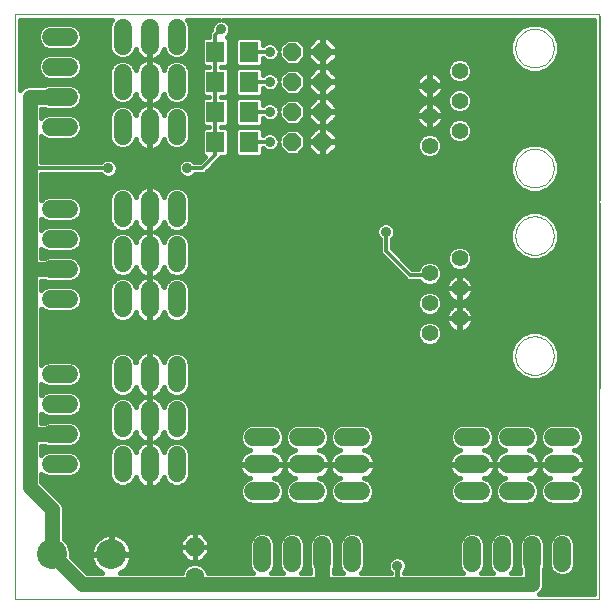
<source format=gbl>
G75*
G70*
%OFA0B0*%
%FSLAX24Y24*%
%IPPOS*%
%LPD*%
%AMOC8*
5,1,8,0,0,1.08239X$1,22.5*
%
%ADD10C,0.0000*%
%ADD11C,0.0600*%
%ADD12OC8,0.0630*%
%ADD13C,0.0630*%
%ADD14R,0.0630X0.0710*%
%ADD15C,0.0004*%
%ADD16C,0.0554*%
%ADD17C,0.1000*%
%ADD18OC8,0.0600*%
%ADD19C,0.0594*%
%ADD20C,0.0500*%
%ADD21C,0.0120*%
%ADD22C,0.0356*%
%ADD23C,0.0160*%
D10*
X000180Y000680D02*
X000180Y020176D01*
X019675Y020176D01*
X019675Y000680D01*
X000180Y000680D01*
X016869Y008805D02*
X016871Y008855D01*
X016877Y008905D01*
X016887Y008954D01*
X016900Y009003D01*
X016918Y009050D01*
X016939Y009096D01*
X016963Y009139D01*
X016991Y009181D01*
X017022Y009221D01*
X017056Y009258D01*
X017093Y009292D01*
X017133Y009323D01*
X017175Y009351D01*
X017218Y009375D01*
X017264Y009396D01*
X017311Y009414D01*
X017360Y009427D01*
X017409Y009437D01*
X017459Y009443D01*
X017509Y009445D01*
X017559Y009443D01*
X017609Y009437D01*
X017658Y009427D01*
X017707Y009414D01*
X017754Y009396D01*
X017800Y009375D01*
X017843Y009351D01*
X017885Y009323D01*
X017925Y009292D01*
X017962Y009258D01*
X017996Y009221D01*
X018027Y009181D01*
X018055Y009139D01*
X018079Y009096D01*
X018100Y009050D01*
X018118Y009003D01*
X018131Y008954D01*
X018141Y008905D01*
X018147Y008855D01*
X018149Y008805D01*
X018147Y008755D01*
X018141Y008705D01*
X018131Y008656D01*
X018118Y008607D01*
X018100Y008560D01*
X018079Y008514D01*
X018055Y008471D01*
X018027Y008429D01*
X017996Y008389D01*
X017962Y008352D01*
X017925Y008318D01*
X017885Y008287D01*
X017843Y008259D01*
X017800Y008235D01*
X017754Y008214D01*
X017707Y008196D01*
X017658Y008183D01*
X017609Y008173D01*
X017559Y008167D01*
X017509Y008165D01*
X017459Y008167D01*
X017409Y008173D01*
X017360Y008183D01*
X017311Y008196D01*
X017264Y008214D01*
X017218Y008235D01*
X017175Y008259D01*
X017133Y008287D01*
X017093Y008318D01*
X017056Y008352D01*
X017022Y008389D01*
X016991Y008429D01*
X016963Y008471D01*
X016939Y008514D01*
X016918Y008560D01*
X016900Y008607D01*
X016887Y008656D01*
X016877Y008705D01*
X016871Y008755D01*
X016869Y008805D01*
X016869Y012805D02*
X016871Y012855D01*
X016877Y012905D01*
X016887Y012954D01*
X016900Y013003D01*
X016918Y013050D01*
X016939Y013096D01*
X016963Y013139D01*
X016991Y013181D01*
X017022Y013221D01*
X017056Y013258D01*
X017093Y013292D01*
X017133Y013323D01*
X017175Y013351D01*
X017218Y013375D01*
X017264Y013396D01*
X017311Y013414D01*
X017360Y013427D01*
X017409Y013437D01*
X017459Y013443D01*
X017509Y013445D01*
X017559Y013443D01*
X017609Y013437D01*
X017658Y013427D01*
X017707Y013414D01*
X017754Y013396D01*
X017800Y013375D01*
X017843Y013351D01*
X017885Y013323D01*
X017925Y013292D01*
X017962Y013258D01*
X017996Y013221D01*
X018027Y013181D01*
X018055Y013139D01*
X018079Y013096D01*
X018100Y013050D01*
X018118Y013003D01*
X018131Y012954D01*
X018141Y012905D01*
X018147Y012855D01*
X018149Y012805D01*
X018147Y012755D01*
X018141Y012705D01*
X018131Y012656D01*
X018118Y012607D01*
X018100Y012560D01*
X018079Y012514D01*
X018055Y012471D01*
X018027Y012429D01*
X017996Y012389D01*
X017962Y012352D01*
X017925Y012318D01*
X017885Y012287D01*
X017843Y012259D01*
X017800Y012235D01*
X017754Y012214D01*
X017707Y012196D01*
X017658Y012183D01*
X017609Y012173D01*
X017559Y012167D01*
X017509Y012165D01*
X017459Y012167D01*
X017409Y012173D01*
X017360Y012183D01*
X017311Y012196D01*
X017264Y012214D01*
X017218Y012235D01*
X017175Y012259D01*
X017133Y012287D01*
X017093Y012318D01*
X017056Y012352D01*
X017022Y012389D01*
X016991Y012429D01*
X016963Y012471D01*
X016939Y012514D01*
X016918Y012560D01*
X016900Y012607D01*
X016887Y012656D01*
X016877Y012705D01*
X016871Y012755D01*
X016869Y012805D01*
X016869Y015055D02*
X016871Y015105D01*
X016877Y015155D01*
X016887Y015204D01*
X016900Y015253D01*
X016918Y015300D01*
X016939Y015346D01*
X016963Y015389D01*
X016991Y015431D01*
X017022Y015471D01*
X017056Y015508D01*
X017093Y015542D01*
X017133Y015573D01*
X017175Y015601D01*
X017218Y015625D01*
X017264Y015646D01*
X017311Y015664D01*
X017360Y015677D01*
X017409Y015687D01*
X017459Y015693D01*
X017509Y015695D01*
X017559Y015693D01*
X017609Y015687D01*
X017658Y015677D01*
X017707Y015664D01*
X017754Y015646D01*
X017800Y015625D01*
X017843Y015601D01*
X017885Y015573D01*
X017925Y015542D01*
X017962Y015508D01*
X017996Y015471D01*
X018027Y015431D01*
X018055Y015389D01*
X018079Y015346D01*
X018100Y015300D01*
X018118Y015253D01*
X018131Y015204D01*
X018141Y015155D01*
X018147Y015105D01*
X018149Y015055D01*
X018147Y015005D01*
X018141Y014955D01*
X018131Y014906D01*
X018118Y014857D01*
X018100Y014810D01*
X018079Y014764D01*
X018055Y014721D01*
X018027Y014679D01*
X017996Y014639D01*
X017962Y014602D01*
X017925Y014568D01*
X017885Y014537D01*
X017843Y014509D01*
X017800Y014485D01*
X017754Y014464D01*
X017707Y014446D01*
X017658Y014433D01*
X017609Y014423D01*
X017559Y014417D01*
X017509Y014415D01*
X017459Y014417D01*
X017409Y014423D01*
X017360Y014433D01*
X017311Y014446D01*
X017264Y014464D01*
X017218Y014485D01*
X017175Y014509D01*
X017133Y014537D01*
X017093Y014568D01*
X017056Y014602D01*
X017022Y014639D01*
X016991Y014679D01*
X016963Y014721D01*
X016939Y014764D01*
X016918Y014810D01*
X016900Y014857D01*
X016887Y014906D01*
X016877Y014955D01*
X016871Y015005D01*
X016869Y015055D01*
X016869Y019055D02*
X016871Y019105D01*
X016877Y019155D01*
X016887Y019204D01*
X016900Y019253D01*
X016918Y019300D01*
X016939Y019346D01*
X016963Y019389D01*
X016991Y019431D01*
X017022Y019471D01*
X017056Y019508D01*
X017093Y019542D01*
X017133Y019573D01*
X017175Y019601D01*
X017218Y019625D01*
X017264Y019646D01*
X017311Y019664D01*
X017360Y019677D01*
X017409Y019687D01*
X017459Y019693D01*
X017509Y019695D01*
X017559Y019693D01*
X017609Y019687D01*
X017658Y019677D01*
X017707Y019664D01*
X017754Y019646D01*
X017800Y019625D01*
X017843Y019601D01*
X017885Y019573D01*
X017925Y019542D01*
X017962Y019508D01*
X017996Y019471D01*
X018027Y019431D01*
X018055Y019389D01*
X018079Y019346D01*
X018100Y019300D01*
X018118Y019253D01*
X018131Y019204D01*
X018141Y019155D01*
X018147Y019105D01*
X018149Y019055D01*
X018147Y019005D01*
X018141Y018955D01*
X018131Y018906D01*
X018118Y018857D01*
X018100Y018810D01*
X018079Y018764D01*
X018055Y018721D01*
X018027Y018679D01*
X017996Y018639D01*
X017962Y018602D01*
X017925Y018568D01*
X017885Y018537D01*
X017843Y018509D01*
X017800Y018485D01*
X017754Y018464D01*
X017707Y018446D01*
X017658Y018433D01*
X017609Y018423D01*
X017559Y018417D01*
X017509Y018415D01*
X017459Y018417D01*
X017409Y018423D01*
X017360Y018433D01*
X017311Y018446D01*
X017264Y018464D01*
X017218Y018485D01*
X017175Y018509D01*
X017133Y018537D01*
X017093Y018568D01*
X017056Y018602D01*
X017022Y018639D01*
X016991Y018679D01*
X016963Y018721D01*
X016939Y018764D01*
X016918Y018810D01*
X016900Y018857D01*
X016887Y018906D01*
X016877Y018955D01*
X016871Y019005D01*
X016869Y019055D01*
D11*
X005580Y019130D02*
X005580Y019730D01*
X004680Y019730D02*
X004680Y019130D01*
X004680Y018230D02*
X004680Y017630D01*
X004680Y016730D02*
X004680Y016130D01*
X003780Y016130D02*
X003780Y016730D01*
X003780Y017630D02*
X003780Y018230D01*
X003780Y019130D02*
X003780Y019730D01*
X005580Y018230D02*
X005580Y017630D01*
X005580Y016730D02*
X005580Y016130D01*
X005580Y013980D02*
X005580Y013380D01*
X005580Y012480D02*
X005580Y011880D01*
X005580Y010980D02*
X005580Y010380D01*
X004680Y010380D02*
X004680Y010980D01*
X004680Y011880D02*
X004680Y012480D01*
X004680Y013380D02*
X004680Y013980D01*
X003780Y013980D02*
X003780Y013380D01*
X003780Y012480D02*
X003780Y011880D01*
X003780Y010980D02*
X003780Y010380D01*
X003780Y008480D02*
X003780Y007880D01*
X004680Y007880D02*
X004680Y008480D01*
X005580Y008480D02*
X005580Y007880D01*
X005580Y006980D02*
X005580Y006380D01*
X005580Y005480D02*
X005580Y004880D01*
X004680Y004880D02*
X004680Y005480D01*
X004680Y006380D02*
X004680Y006980D01*
X003780Y006980D02*
X003780Y006380D01*
X003780Y005480D02*
X003780Y004880D01*
X008130Y005180D02*
X008730Y005180D01*
X008730Y006080D02*
X008130Y006080D01*
X009630Y006080D02*
X010230Y006080D01*
X010230Y005180D02*
X009630Y005180D01*
X009630Y004280D02*
X010230Y004280D01*
X011130Y004280D02*
X011730Y004280D01*
X011730Y005180D02*
X011130Y005180D01*
X011130Y006080D02*
X011730Y006080D01*
X008730Y004280D02*
X008130Y004280D01*
X015130Y004280D02*
X015730Y004280D01*
X015730Y005180D02*
X015130Y005180D01*
X015130Y006080D02*
X015730Y006080D01*
X016630Y006080D02*
X017230Y006080D01*
X017230Y005180D02*
X016630Y005180D01*
X016630Y004280D02*
X017230Y004280D01*
X018130Y004280D02*
X018730Y004280D01*
X018730Y005180D02*
X018130Y005180D01*
X018130Y006080D02*
X018730Y006080D01*
D12*
X006180Y002430D03*
D13*
X006180Y001430D03*
D14*
X006870Y015930D03*
X006870Y016930D03*
X006870Y017930D03*
X006870Y018930D03*
X007990Y018930D03*
X007990Y017930D03*
X007990Y016930D03*
X007990Y015930D03*
D15*
X019678Y013980D02*
X019678Y020130D01*
X019678Y013880D02*
X019678Y007730D01*
D16*
X015009Y010055D03*
X015009Y011055D03*
X015009Y012055D03*
X014009Y011555D03*
X014009Y010555D03*
X014009Y009555D03*
X014009Y015805D03*
X014009Y016805D03*
X014009Y017805D03*
X015009Y017305D03*
X015009Y016305D03*
X015009Y018305D03*
D17*
X003399Y002180D03*
X001430Y002180D03*
D18*
X009430Y015930D03*
X009430Y016930D03*
X009430Y017930D03*
X009430Y018930D03*
X010430Y018930D03*
X010430Y017930D03*
X010430Y016930D03*
X010430Y015930D03*
D19*
X001977Y016430D02*
X001383Y016430D01*
X001383Y017430D02*
X001977Y017430D01*
X001977Y018430D02*
X001383Y018430D01*
X001383Y019430D02*
X001977Y019430D01*
X001977Y013680D02*
X001383Y013680D01*
X001383Y012680D02*
X001977Y012680D01*
X001977Y011680D02*
X001383Y011680D01*
X001383Y010680D02*
X001977Y010680D01*
X001977Y008180D02*
X001383Y008180D01*
X001383Y007180D02*
X001977Y007180D01*
X001977Y006180D02*
X001383Y006180D01*
X001383Y005180D02*
X001977Y005180D01*
X008430Y002477D02*
X008430Y001883D01*
X009430Y001883D02*
X009430Y002477D01*
X010430Y002477D02*
X010430Y001883D01*
X011430Y001883D02*
X011430Y002477D01*
X015430Y002477D02*
X015430Y001883D01*
X016430Y001883D02*
X016430Y002477D01*
X017430Y002477D02*
X017430Y001883D01*
X018430Y001883D02*
X018430Y002477D01*
D20*
X017430Y002180D02*
X017430Y001180D01*
X012930Y001180D01*
X010430Y001180D01*
X010430Y002180D01*
X010430Y001180D02*
X006180Y001180D01*
X006180Y001430D01*
X006180Y001180D02*
X002430Y001180D01*
X001430Y002180D01*
X001430Y003680D01*
X000680Y004430D01*
X000680Y006180D01*
X001680Y006180D01*
X000680Y006180D02*
X000680Y011680D01*
X001680Y011680D01*
X000680Y011680D02*
X000680Y015055D01*
X000680Y017430D01*
X001680Y017430D01*
D21*
X000680Y015055D02*
X003305Y015055D01*
X002055Y014430D02*
X001930Y014430D01*
X005930Y015055D02*
X006430Y015055D01*
X006870Y015495D01*
X006870Y015930D01*
X006870Y019495D01*
X007055Y019680D01*
X006870Y018930D02*
X006870Y017930D01*
X006870Y016930D01*
X006870Y015930D01*
X007990Y015930D02*
X008680Y015930D01*
X008680Y016930D02*
X007990Y016930D01*
X007990Y017930D02*
X008680Y017930D01*
X008680Y018930D02*
X007990Y018930D01*
X009055Y014555D02*
X009055Y014430D01*
X008930Y014305D01*
X009930Y010805D02*
X009930Y010680D01*
X012555Y012305D02*
X013352Y011508D01*
X013962Y011508D01*
X014009Y011555D01*
X012555Y012305D02*
X012555Y012930D01*
D22*
X012555Y012930D03*
X009930Y010680D03*
X009055Y014555D03*
X008680Y015930D03*
X008680Y016930D03*
X008680Y017930D03*
X008680Y018930D03*
X007055Y019680D03*
X005930Y015055D03*
X003305Y015055D03*
X001930Y014430D03*
X012930Y001805D03*
X014055Y001805D03*
D23*
X014555Y001805D01*
X014555Y001930D01*
X014993Y001948D02*
X013215Y001948D01*
X013200Y001985D02*
X013110Y002075D01*
X012993Y002123D01*
X012867Y002123D01*
X012750Y002075D01*
X012660Y001985D01*
X012612Y001868D01*
X012612Y001742D01*
X012660Y001625D01*
X012710Y001575D01*
X012710Y001570D01*
X011735Y001570D01*
X011800Y001636D01*
X011867Y001796D01*
X011867Y002564D01*
X011800Y002724D01*
X011677Y002847D01*
X011517Y002914D01*
X011343Y002914D01*
X011183Y002847D01*
X011060Y002724D01*
X010993Y002564D01*
X010993Y001796D01*
X011060Y001636D01*
X011125Y001570D01*
X010820Y001570D01*
X010820Y001683D01*
X010867Y001796D01*
X010867Y002564D01*
X010800Y002724D01*
X010677Y002847D01*
X010517Y002914D01*
X010343Y002914D01*
X010183Y002847D01*
X010060Y002724D01*
X009993Y002564D01*
X009993Y001796D01*
X010040Y001683D01*
X010040Y001570D01*
X009735Y001570D01*
X009800Y001636D01*
X009867Y001796D01*
X009867Y002564D01*
X009800Y002724D01*
X009677Y002847D01*
X009517Y002914D01*
X009343Y002914D01*
X009183Y002847D01*
X009060Y002724D01*
X008993Y002564D01*
X008993Y001796D01*
X009060Y001636D01*
X009125Y001570D01*
X008735Y001570D01*
X008800Y001636D01*
X008867Y001796D01*
X008867Y002564D01*
X008800Y002724D01*
X008677Y002847D01*
X008517Y002914D01*
X008343Y002914D01*
X008183Y002847D01*
X008060Y002724D01*
X007993Y002564D01*
X007993Y001796D01*
X008060Y001636D01*
X008125Y001570D01*
X006614Y001570D01*
X006566Y001688D01*
X006438Y001816D01*
X006271Y001885D01*
X006089Y001885D01*
X005922Y001816D01*
X005794Y001688D01*
X005746Y001570D01*
X003702Y001570D01*
X003777Y001613D01*
X003848Y001668D01*
X003911Y001731D01*
X003965Y001801D01*
X004010Y001879D01*
X004044Y001961D01*
X004067Y002047D01*
X004079Y002135D01*
X004079Y002162D01*
X003417Y002162D01*
X003417Y002198D01*
X004079Y002198D01*
X004079Y002225D01*
X004067Y002313D01*
X004044Y002399D01*
X004010Y002481D01*
X003965Y002559D01*
X003911Y002629D01*
X003848Y002692D01*
X003777Y002747D01*
X003700Y002791D01*
X003618Y002825D01*
X003531Y002848D01*
X003443Y002860D01*
X003417Y002860D01*
X003417Y002198D01*
X003380Y002198D01*
X003380Y002162D01*
X002719Y002162D01*
X002719Y002135D01*
X002730Y002047D01*
X002753Y001961D01*
X002787Y001879D01*
X002832Y001801D01*
X002886Y001731D01*
X002949Y001668D01*
X003020Y001613D01*
X003095Y001570D01*
X002592Y001570D01*
X002070Y002092D01*
X002070Y002307D01*
X001973Y002543D01*
X001820Y002695D01*
X001820Y003758D01*
X001761Y003901D01*
X001070Y004592D01*
X001070Y004875D01*
X001136Y004810D01*
X001296Y004743D01*
X002064Y004743D01*
X002224Y004810D01*
X002347Y004933D01*
X002414Y005093D01*
X002414Y005267D01*
X002347Y005427D01*
X002224Y005550D01*
X002064Y005617D01*
X001296Y005617D01*
X001136Y005550D01*
X001070Y005485D01*
X001070Y005790D01*
X001183Y005790D01*
X001296Y005743D01*
X002064Y005743D01*
X002224Y005810D01*
X002347Y005933D01*
X002414Y006093D01*
X002414Y006267D01*
X002347Y006427D01*
X002224Y006550D01*
X002064Y006617D01*
X001296Y006617D01*
X001183Y006570D01*
X001070Y006570D01*
X001070Y006875D01*
X001136Y006810D01*
X001296Y006743D01*
X002064Y006743D01*
X002224Y006810D01*
X002347Y006933D01*
X002414Y007093D01*
X002414Y007267D01*
X002347Y007427D01*
X002224Y007550D01*
X002064Y007617D01*
X001296Y007617D01*
X001136Y007550D01*
X001070Y007485D01*
X001070Y007875D01*
X001136Y007810D01*
X001296Y007743D01*
X002064Y007743D01*
X002224Y007810D01*
X002347Y007933D01*
X002414Y008093D01*
X002414Y008267D01*
X002347Y008427D01*
X002224Y008550D01*
X002064Y008617D01*
X001296Y008617D01*
X001136Y008550D01*
X001070Y008485D01*
X001070Y010375D01*
X001136Y010310D01*
X001296Y010243D01*
X002064Y010243D01*
X002224Y010310D01*
X002347Y010433D01*
X002414Y010593D01*
X002414Y010767D01*
X002347Y010927D01*
X002224Y011050D01*
X002064Y011117D01*
X001296Y011117D01*
X001136Y011050D01*
X001070Y010985D01*
X001070Y011290D01*
X001183Y011290D01*
X001296Y011243D01*
X002064Y011243D01*
X002224Y011310D01*
X002347Y011433D01*
X002414Y011593D01*
X002414Y011767D01*
X002347Y011927D01*
X002224Y012050D01*
X002064Y012117D01*
X001296Y012117D01*
X001183Y012070D01*
X001070Y012070D01*
X001070Y012375D01*
X001136Y012310D01*
X001296Y012243D01*
X002064Y012243D01*
X002224Y012310D01*
X002347Y012433D01*
X002414Y012593D01*
X002414Y012767D01*
X002347Y012927D01*
X002224Y013050D01*
X002064Y013117D01*
X001296Y013117D01*
X001136Y013050D01*
X001070Y012985D01*
X001070Y013375D01*
X001136Y013310D01*
X001296Y013243D01*
X002064Y013243D01*
X002224Y013310D01*
X002347Y013433D01*
X002414Y013593D01*
X002414Y013767D01*
X002347Y013927D01*
X002224Y014050D01*
X002064Y014117D01*
X001296Y014117D01*
X001136Y014050D01*
X001070Y013985D01*
X001070Y014855D01*
X003055Y014855D01*
X003125Y014785D01*
X003242Y014737D01*
X003368Y014737D01*
X003485Y014785D01*
X003575Y014875D01*
X003623Y014992D01*
X003623Y015118D01*
X003575Y015235D01*
X003485Y015325D01*
X003368Y015373D01*
X003242Y015373D01*
X003125Y015325D01*
X003055Y015255D01*
X001070Y015255D01*
X001070Y016125D01*
X001136Y016060D01*
X001296Y015993D01*
X002064Y015993D01*
X002224Y016060D01*
X002347Y016183D01*
X002414Y016343D01*
X002414Y016517D01*
X002347Y016677D01*
X002224Y016800D01*
X002064Y016867D01*
X001296Y016867D01*
X001136Y016800D01*
X001070Y016735D01*
X001070Y017040D01*
X001183Y017040D01*
X001296Y016993D01*
X002064Y016993D01*
X002224Y017060D01*
X002347Y017183D01*
X002414Y017343D01*
X002414Y017517D01*
X002347Y017677D01*
X002224Y017800D01*
X002064Y017867D01*
X001296Y017867D01*
X001183Y017820D01*
X000602Y017820D01*
X000459Y017761D01*
X000360Y017662D01*
X000360Y019996D01*
X003424Y019996D01*
X003407Y019979D01*
X003340Y019818D01*
X003340Y019042D01*
X003407Y018881D01*
X003531Y018757D01*
X003692Y018690D01*
X003868Y018690D01*
X004029Y018757D01*
X004153Y018881D01*
X004211Y019021D01*
X004212Y019018D01*
X004235Y018946D01*
X004269Y018878D01*
X004314Y018817D01*
X004367Y018764D01*
X004428Y018719D01*
X004496Y018685D01*
X004512Y018680D01*
X004496Y018675D01*
X004428Y018641D01*
X004367Y018596D01*
X004314Y018543D01*
X004269Y018482D01*
X004235Y018414D01*
X004212Y018342D01*
X004211Y018339D01*
X004153Y018479D01*
X004029Y018603D01*
X003868Y018670D01*
X003692Y018670D01*
X003531Y018603D01*
X003407Y018479D01*
X003340Y018318D01*
X003340Y017542D01*
X003407Y017381D01*
X003531Y017257D01*
X003692Y017190D01*
X003868Y017190D01*
X004029Y017257D01*
X004153Y017381D01*
X004211Y017521D01*
X004212Y017518D01*
X004235Y017446D01*
X004269Y017378D01*
X004314Y017317D01*
X004367Y017264D01*
X004428Y017219D01*
X004496Y017185D01*
X004512Y017180D01*
X004496Y017175D01*
X004428Y017141D01*
X004367Y017096D01*
X004314Y017043D01*
X004269Y016982D01*
X004235Y016914D01*
X004212Y016842D01*
X004211Y016839D01*
X004153Y016979D01*
X004029Y017103D01*
X003868Y017170D01*
X003692Y017170D01*
X003531Y017103D01*
X003407Y016979D01*
X003340Y016818D01*
X003340Y016042D01*
X003407Y015881D01*
X003531Y015757D01*
X003692Y015690D01*
X003868Y015690D01*
X004029Y015757D01*
X004153Y015881D01*
X004211Y016021D01*
X004212Y016018D01*
X004235Y015946D01*
X004269Y015878D01*
X004314Y015817D01*
X004367Y015764D01*
X004428Y015719D01*
X004496Y015685D01*
X004568Y015662D01*
X004642Y015650D01*
X004660Y015650D01*
X004660Y016410D01*
X004700Y016410D01*
X004700Y015650D01*
X004718Y015650D01*
X004792Y015662D01*
X004864Y015685D01*
X004932Y015719D01*
X004993Y015764D01*
X005046Y015817D01*
X005091Y015878D01*
X005125Y015946D01*
X005148Y016018D01*
X005149Y016021D01*
X005207Y015881D01*
X005331Y015757D01*
X005492Y015690D01*
X005668Y015690D01*
X005829Y015757D01*
X005953Y015881D01*
X006020Y016042D01*
X006020Y016818D01*
X005953Y016979D01*
X005829Y017103D01*
X005668Y017170D01*
X005492Y017170D01*
X005331Y017103D01*
X005207Y016979D01*
X005149Y016839D01*
X005148Y016842D01*
X005125Y016914D01*
X005091Y016982D01*
X005046Y017043D01*
X004993Y017096D01*
X004932Y017141D01*
X004864Y017175D01*
X004848Y017180D01*
X004864Y017185D01*
X004932Y017219D01*
X004993Y017264D01*
X005046Y017317D01*
X005091Y017378D01*
X005125Y017446D01*
X005148Y017518D01*
X005149Y017521D01*
X005207Y017381D01*
X005331Y017257D01*
X005492Y017190D01*
X005668Y017190D01*
X005829Y017257D01*
X005953Y017381D01*
X006020Y017542D01*
X006020Y018318D01*
X005953Y018479D01*
X005829Y018603D01*
X005668Y018670D01*
X005492Y018670D01*
X005331Y018603D01*
X005207Y018479D01*
X005149Y018339D01*
X005148Y018342D01*
X005125Y018414D01*
X005091Y018482D01*
X005046Y018543D01*
X004993Y018596D01*
X004932Y018641D01*
X004864Y018675D01*
X004848Y018680D01*
X004864Y018685D01*
X004932Y018719D01*
X004993Y018764D01*
X005046Y018817D01*
X005091Y018878D01*
X005125Y018946D01*
X005148Y019018D01*
X005149Y019021D01*
X005207Y018881D01*
X005331Y018757D01*
X005492Y018690D01*
X005668Y018690D01*
X005829Y018757D01*
X005953Y018881D01*
X006020Y019042D01*
X006020Y019818D01*
X005953Y019979D01*
X005936Y019996D01*
X006987Y019996D01*
X006875Y019950D01*
X006785Y019860D01*
X006737Y019743D01*
X006737Y019645D01*
X006670Y019578D01*
X006670Y019425D01*
X006497Y019425D01*
X006415Y019343D01*
X006415Y018517D01*
X006497Y018435D01*
X006670Y018435D01*
X006670Y018425D01*
X006497Y018425D01*
X006415Y018343D01*
X006415Y017517D01*
X006497Y017435D01*
X006670Y017435D01*
X006670Y017425D01*
X006497Y017425D01*
X006415Y017343D01*
X006415Y016517D01*
X006497Y016435D01*
X006670Y016435D01*
X006670Y016425D01*
X006497Y016425D01*
X006415Y016343D01*
X006415Y015517D01*
X006497Y015435D01*
X006527Y015435D01*
X006347Y015255D01*
X006180Y015255D01*
X006110Y015325D01*
X005993Y015373D01*
X005867Y015373D01*
X005750Y015325D01*
X005660Y015235D01*
X005612Y015118D01*
X005612Y014992D01*
X005660Y014875D01*
X005750Y014785D01*
X005867Y014737D01*
X005993Y014737D01*
X006110Y014785D01*
X006180Y014855D01*
X006513Y014855D01*
X007070Y015412D01*
X007070Y015435D01*
X007243Y015435D01*
X007325Y015517D01*
X007325Y016343D01*
X007243Y016425D01*
X007070Y016425D01*
X007070Y016435D01*
X007243Y016435D01*
X007325Y016517D01*
X007325Y017343D01*
X007243Y017425D01*
X007070Y017425D01*
X007070Y017435D01*
X007243Y017435D01*
X007325Y017517D01*
X007325Y018343D01*
X007243Y018425D01*
X007070Y018425D01*
X007070Y018435D01*
X007243Y018435D01*
X007325Y018517D01*
X007325Y019343D01*
X007246Y019422D01*
X007325Y019500D01*
X007373Y019617D01*
X007373Y019743D01*
X007325Y019860D01*
X007235Y019950D01*
X007123Y019996D01*
X019495Y019996D01*
X019495Y000860D01*
X017662Y000860D01*
X017761Y000959D01*
X017820Y001102D01*
X017820Y001683D01*
X017867Y001796D01*
X017867Y002564D01*
X017800Y002724D01*
X017677Y002847D01*
X017517Y002914D01*
X017343Y002914D01*
X017183Y002847D01*
X017060Y002724D01*
X016993Y002564D01*
X016993Y001796D01*
X017040Y001683D01*
X017040Y001570D01*
X016735Y001570D01*
X016800Y001636D01*
X016867Y001796D01*
X016867Y002564D01*
X016800Y002724D01*
X016677Y002847D01*
X016517Y002914D01*
X016343Y002914D01*
X016183Y002847D01*
X016060Y002724D01*
X015993Y002564D01*
X015993Y001796D01*
X016060Y001636D01*
X016125Y001570D01*
X015735Y001570D01*
X015800Y001636D01*
X015867Y001796D01*
X015867Y002564D01*
X015800Y002724D01*
X015677Y002847D01*
X015517Y002914D01*
X015343Y002914D01*
X015183Y002847D01*
X015060Y002724D01*
X014993Y002564D01*
X014993Y001796D01*
X015060Y001636D01*
X015125Y001570D01*
X013150Y001570D01*
X013150Y001575D01*
X013200Y001625D01*
X013248Y001742D01*
X013248Y001868D01*
X013200Y001985D01*
X013248Y001790D02*
X014996Y001790D01*
X015064Y001631D02*
X013202Y001631D01*
X012930Y001805D02*
X012930Y001180D01*
X012658Y001631D02*
X011796Y001631D01*
X011864Y001790D02*
X012612Y001790D01*
X012645Y001948D02*
X011867Y001948D01*
X011867Y002107D02*
X012827Y002107D01*
X013033Y002107D02*
X014993Y002107D01*
X014993Y002265D02*
X011867Y002265D01*
X011867Y002424D02*
X014993Y002424D01*
X015001Y002582D02*
X011859Y002582D01*
X011784Y002741D02*
X015076Y002741D01*
X015308Y002899D02*
X011552Y002899D01*
X011308Y002899D02*
X010552Y002899D01*
X010308Y002899D02*
X009552Y002899D01*
X009784Y002741D02*
X010076Y002741D01*
X010001Y002582D02*
X009859Y002582D01*
X009867Y002424D02*
X009993Y002424D01*
X009993Y002265D02*
X009867Y002265D01*
X009867Y002107D02*
X009993Y002107D01*
X009993Y001948D02*
X009867Y001948D01*
X009864Y001790D02*
X009996Y001790D01*
X010040Y001631D02*
X009796Y001631D01*
X009064Y001631D02*
X008796Y001631D01*
X008864Y001790D02*
X008996Y001790D01*
X008993Y001948D02*
X008867Y001948D01*
X008867Y002107D02*
X008993Y002107D01*
X008993Y002265D02*
X008867Y002265D01*
X008867Y002424D02*
X008993Y002424D01*
X009001Y002582D02*
X008859Y002582D01*
X008784Y002741D02*
X009076Y002741D01*
X009308Y002899D02*
X008552Y002899D01*
X008308Y002899D02*
X006411Y002899D01*
X006385Y002925D02*
X006180Y002925D01*
X006180Y002430D01*
X006180Y002430D01*
X006675Y002430D01*
X006675Y002635D01*
X006385Y002925D01*
X006180Y002925D02*
X005975Y002925D01*
X005685Y002635D01*
X005685Y002430D01*
X006180Y002430D01*
X006180Y002430D01*
X006180Y002430D01*
X006180Y002925D01*
X006180Y002899D02*
X006180Y002899D01*
X006180Y002741D02*
X006180Y002741D01*
X006180Y002582D02*
X006180Y002582D01*
X006180Y002430D02*
X005685Y002430D01*
X005685Y002225D01*
X005975Y001935D01*
X006180Y001935D01*
X006385Y001935D01*
X006675Y002225D01*
X006675Y002430D01*
X006180Y002430D01*
X006180Y001935D01*
X006180Y002430D01*
X006180Y002430D01*
X006180Y002424D02*
X006180Y002424D01*
X006180Y002265D02*
X006180Y002265D01*
X006180Y002107D02*
X006180Y002107D01*
X006180Y001948D02*
X006180Y001948D01*
X006398Y001948D02*
X007993Y001948D01*
X007993Y002107D02*
X006557Y002107D01*
X006675Y002265D02*
X007993Y002265D01*
X007993Y002424D02*
X006675Y002424D01*
X006675Y002582D02*
X008001Y002582D01*
X008076Y002741D02*
X006570Y002741D01*
X005949Y002899D02*
X001820Y002899D01*
X001820Y002741D02*
X003012Y002741D01*
X003020Y002747D02*
X002949Y002692D01*
X002886Y002629D01*
X002832Y002559D01*
X002787Y002481D01*
X002753Y002399D01*
X002730Y002313D01*
X002719Y002225D01*
X002719Y002198D01*
X003380Y002198D01*
X003380Y002860D01*
X003354Y002860D01*
X003266Y002848D01*
X003179Y002825D01*
X003097Y002791D01*
X003020Y002747D01*
X002850Y002582D02*
X001933Y002582D01*
X002022Y002424D02*
X002763Y002424D01*
X002724Y002265D02*
X002070Y002265D01*
X002070Y002107D02*
X002722Y002107D01*
X002759Y001948D02*
X002214Y001948D01*
X002372Y001790D02*
X002841Y001790D01*
X002997Y001631D02*
X002531Y001631D01*
X003380Y002265D02*
X003417Y002265D01*
X003417Y002424D02*
X003380Y002424D01*
X003380Y002582D02*
X003417Y002582D01*
X003417Y002741D02*
X003380Y002741D01*
X003785Y002741D02*
X005790Y002741D01*
X005685Y002582D02*
X003947Y002582D01*
X004034Y002424D02*
X005685Y002424D01*
X005685Y002265D02*
X004073Y002265D01*
X004075Y002107D02*
X005803Y002107D01*
X005962Y001948D02*
X004038Y001948D01*
X003956Y001790D02*
X005896Y001790D01*
X005771Y001631D02*
X003800Y001631D01*
X001820Y003058D02*
X019495Y003058D01*
X019495Y003216D02*
X001820Y003216D01*
X001820Y003375D02*
X019495Y003375D01*
X019495Y003533D02*
X001820Y003533D01*
X001820Y003692D02*
X019495Y003692D01*
X019495Y003850D02*
X018842Y003850D01*
X018818Y003840D02*
X018979Y003907D01*
X019103Y004031D01*
X019170Y004192D01*
X019170Y004368D01*
X019103Y004529D01*
X018979Y004653D01*
X018839Y004711D01*
X018842Y004712D01*
X018914Y004735D01*
X018982Y004769D01*
X019043Y004814D01*
X019096Y004867D01*
X019141Y004928D01*
X019175Y004996D01*
X019198Y005068D01*
X019210Y005142D01*
X019210Y005160D01*
X018450Y005160D01*
X018450Y005200D01*
X019210Y005200D01*
X019210Y005218D01*
X019198Y005292D01*
X019175Y005364D01*
X019141Y005432D01*
X019096Y005493D01*
X019043Y005546D01*
X018982Y005591D01*
X018914Y005625D01*
X018842Y005648D01*
X018839Y005649D01*
X018979Y005707D01*
X019103Y005831D01*
X019170Y005992D01*
X019170Y006168D01*
X019103Y006329D01*
X018979Y006453D01*
X018818Y006520D01*
X018042Y006520D01*
X017881Y006453D01*
X017757Y006329D01*
X017690Y006168D01*
X017690Y005992D01*
X017757Y005831D01*
X017881Y005707D01*
X018021Y005649D01*
X018018Y005648D01*
X017946Y005625D01*
X017878Y005591D01*
X017817Y005546D01*
X017764Y005493D01*
X017719Y005432D01*
X017685Y005364D01*
X017680Y005348D01*
X017675Y005364D01*
X017641Y005432D01*
X017596Y005493D01*
X017543Y005546D01*
X017482Y005591D01*
X017414Y005625D01*
X017342Y005648D01*
X017339Y005649D01*
X017479Y005707D01*
X017603Y005831D01*
X017670Y005992D01*
X017670Y006168D01*
X017603Y006329D01*
X017479Y006453D01*
X017318Y006520D01*
X016542Y006520D01*
X016381Y006453D01*
X016257Y006329D01*
X016190Y006168D01*
X016190Y005992D01*
X016257Y005831D01*
X016381Y005707D01*
X016521Y005649D01*
X016518Y005648D01*
X016446Y005625D01*
X016378Y005591D01*
X016317Y005546D01*
X016264Y005493D01*
X016219Y005432D01*
X016185Y005364D01*
X016180Y005348D01*
X016175Y005364D01*
X016141Y005432D01*
X016096Y005493D01*
X016043Y005546D01*
X015982Y005591D01*
X015914Y005625D01*
X015842Y005648D01*
X015839Y005649D01*
X015979Y005707D01*
X016103Y005831D01*
X016170Y005992D01*
X016170Y006168D01*
X016103Y006329D01*
X015979Y006453D01*
X015818Y006520D01*
X015042Y006520D01*
X014881Y006453D01*
X014757Y006329D01*
X014690Y006168D01*
X014690Y005992D01*
X014757Y005831D01*
X014881Y005707D01*
X015021Y005649D01*
X015018Y005648D01*
X014946Y005625D01*
X014878Y005591D01*
X014817Y005546D01*
X014764Y005493D01*
X014719Y005432D01*
X014685Y005364D01*
X014662Y005292D01*
X014650Y005218D01*
X014650Y005200D01*
X015410Y005200D01*
X015410Y005160D01*
X014650Y005160D01*
X014650Y005142D01*
X014662Y005068D01*
X014685Y004996D01*
X014719Y004928D01*
X014764Y004867D01*
X014817Y004814D01*
X014878Y004769D01*
X014946Y004735D01*
X015018Y004712D01*
X015021Y004711D01*
X014881Y004653D01*
X014757Y004529D01*
X014690Y004368D01*
X014690Y004192D01*
X014757Y004031D01*
X014881Y003907D01*
X015042Y003840D01*
X015818Y003840D01*
X015979Y003907D01*
X016103Y004031D01*
X016170Y004192D01*
X016170Y004368D01*
X016103Y004529D01*
X015979Y004653D01*
X015839Y004711D01*
X015842Y004712D01*
X015914Y004735D01*
X015982Y004769D01*
X016043Y004814D01*
X016096Y004867D01*
X016141Y004928D01*
X016175Y004996D01*
X016180Y005012D01*
X016185Y004996D01*
X016219Y004928D01*
X016264Y004867D01*
X016317Y004814D01*
X016378Y004769D01*
X016446Y004735D01*
X016518Y004712D01*
X016521Y004711D01*
X016381Y004653D01*
X016257Y004529D01*
X016190Y004368D01*
X016190Y004192D01*
X016257Y004031D01*
X016381Y003907D01*
X016542Y003840D01*
X017318Y003840D01*
X017479Y003907D01*
X017603Y004031D01*
X017670Y004192D01*
X017670Y004368D01*
X017603Y004529D01*
X017479Y004653D01*
X017339Y004711D01*
X017342Y004712D01*
X017414Y004735D01*
X017482Y004769D01*
X017543Y004814D01*
X017596Y004867D01*
X017641Y004928D01*
X017675Y004996D01*
X017680Y005012D01*
X017685Y004996D01*
X017719Y004928D01*
X017764Y004867D01*
X017817Y004814D01*
X017878Y004769D01*
X017946Y004735D01*
X018018Y004712D01*
X018021Y004711D01*
X017881Y004653D01*
X017757Y004529D01*
X017690Y004368D01*
X017690Y004192D01*
X017757Y004031D01*
X017881Y003907D01*
X018042Y003840D01*
X018818Y003840D01*
X019081Y004009D02*
X019495Y004009D01*
X019495Y004167D02*
X019159Y004167D01*
X019170Y004326D02*
X019495Y004326D01*
X019495Y004484D02*
X019122Y004484D01*
X018990Y004643D02*
X019495Y004643D01*
X019495Y004801D02*
X019025Y004801D01*
X019156Y004960D02*
X019495Y004960D01*
X019495Y005118D02*
X019206Y005118D01*
X019201Y005277D02*
X019495Y005277D01*
X019495Y005435D02*
X019138Y005435D01*
X018976Y005594D02*
X019495Y005594D01*
X019495Y005752D02*
X019024Y005752D01*
X019136Y005911D02*
X019495Y005911D01*
X019495Y006069D02*
X019170Y006069D01*
X019145Y006228D02*
X019495Y006228D01*
X019495Y006386D02*
X019046Y006386D01*
X019495Y006545D02*
X006020Y006545D01*
X006020Y006703D02*
X019495Y006703D01*
X019495Y006862D02*
X006020Y006862D01*
X006020Y007020D02*
X019495Y007020D01*
X019495Y007179D02*
X005974Y007179D01*
X005953Y007229D02*
X005829Y007353D01*
X005668Y007420D01*
X005492Y007420D01*
X005331Y007353D01*
X005207Y007229D01*
X005149Y007089D01*
X005148Y007092D01*
X005125Y007164D01*
X005091Y007232D01*
X005046Y007293D01*
X004993Y007346D01*
X004932Y007391D01*
X004864Y007425D01*
X004848Y007430D01*
X004864Y007435D01*
X004932Y007469D01*
X004993Y007514D01*
X005046Y007567D01*
X005091Y007628D01*
X005125Y007696D01*
X005148Y007768D01*
X005149Y007771D01*
X005207Y007631D01*
X005331Y007507D01*
X005492Y007440D01*
X005668Y007440D01*
X005829Y007507D01*
X005953Y007631D01*
X006020Y007792D01*
X006020Y008568D01*
X005953Y008729D01*
X005829Y008853D01*
X005668Y008920D01*
X005492Y008920D01*
X005331Y008853D01*
X005207Y008729D01*
X005149Y008589D01*
X005148Y008592D01*
X005125Y008664D01*
X005091Y008732D01*
X005046Y008793D01*
X004993Y008846D01*
X004932Y008891D01*
X004864Y008925D01*
X004792Y008948D01*
X004718Y008960D01*
X004700Y008960D01*
X004700Y008200D01*
X004660Y008200D01*
X004660Y008960D01*
X004642Y008960D01*
X004568Y008948D01*
X004496Y008925D01*
X004428Y008891D01*
X004367Y008846D01*
X004314Y008793D01*
X004269Y008732D01*
X004235Y008664D01*
X004212Y008592D01*
X004211Y008589D01*
X004153Y008729D01*
X004029Y008853D01*
X003868Y008920D01*
X003692Y008920D01*
X003531Y008853D01*
X003407Y008729D01*
X003340Y008568D01*
X003340Y007792D01*
X003407Y007631D01*
X003531Y007507D01*
X003692Y007440D01*
X003868Y007440D01*
X004029Y007507D01*
X004153Y007631D01*
X004211Y007771D01*
X004212Y007768D01*
X004235Y007696D01*
X004269Y007628D01*
X004314Y007567D01*
X004367Y007514D01*
X004428Y007469D01*
X004496Y007435D01*
X004512Y007430D01*
X004496Y007425D01*
X004428Y007391D01*
X004367Y007346D01*
X004314Y007293D01*
X004269Y007232D01*
X004235Y007164D01*
X004212Y007092D01*
X004211Y007089D01*
X004153Y007229D01*
X004029Y007353D01*
X003868Y007420D01*
X003692Y007420D01*
X003531Y007353D01*
X003407Y007229D01*
X003340Y007068D01*
X003340Y006292D01*
X003407Y006131D01*
X003531Y006007D01*
X003692Y005940D01*
X003868Y005940D01*
X004029Y006007D01*
X004153Y006131D01*
X004211Y006271D01*
X004212Y006268D01*
X004235Y006196D01*
X004269Y006128D01*
X004314Y006067D01*
X004367Y006014D01*
X004428Y005969D01*
X004496Y005935D01*
X004512Y005930D01*
X004496Y005925D01*
X004428Y005891D01*
X004367Y005846D01*
X004314Y005793D01*
X004269Y005732D01*
X004235Y005664D01*
X004212Y005592D01*
X004211Y005589D01*
X004153Y005729D01*
X004029Y005853D01*
X003868Y005920D01*
X003692Y005920D01*
X003531Y005853D01*
X003407Y005729D01*
X003340Y005568D01*
X003340Y004792D01*
X003407Y004631D01*
X003531Y004507D01*
X003692Y004440D01*
X003868Y004440D01*
X004029Y004507D01*
X004153Y004631D01*
X004211Y004771D01*
X004212Y004768D01*
X004235Y004696D01*
X004269Y004628D01*
X004314Y004567D01*
X004367Y004514D01*
X004428Y004469D01*
X004496Y004435D01*
X004568Y004412D01*
X004642Y004400D01*
X004660Y004400D01*
X004660Y005160D01*
X004700Y005160D01*
X004700Y004400D01*
X004718Y004400D01*
X004792Y004412D01*
X004864Y004435D01*
X004932Y004469D01*
X004993Y004514D01*
X005046Y004567D01*
X005091Y004628D01*
X005125Y004696D01*
X005148Y004768D01*
X005149Y004771D01*
X005207Y004631D01*
X005331Y004507D01*
X005492Y004440D01*
X005668Y004440D01*
X005829Y004507D01*
X005953Y004631D01*
X006020Y004792D01*
X006020Y005568D01*
X005953Y005729D01*
X005829Y005853D01*
X005668Y005920D01*
X005492Y005920D01*
X005331Y005853D01*
X005207Y005729D01*
X005149Y005589D01*
X005148Y005592D01*
X005125Y005664D01*
X005091Y005732D01*
X005046Y005793D01*
X004993Y005846D01*
X004932Y005891D01*
X004864Y005925D01*
X004848Y005930D01*
X004864Y005935D01*
X004932Y005969D01*
X004993Y006014D01*
X005046Y006067D01*
X005091Y006128D01*
X005125Y006196D01*
X005148Y006268D01*
X005149Y006271D01*
X005207Y006131D01*
X005331Y006007D01*
X005492Y005940D01*
X005668Y005940D01*
X005829Y006007D01*
X005953Y006131D01*
X006020Y006292D01*
X006020Y007068D01*
X005953Y007229D01*
X005845Y007337D02*
X019495Y007337D01*
X019495Y007496D02*
X005802Y007496D01*
X005963Y007654D02*
X019495Y007654D01*
X019495Y007813D02*
X006020Y007813D01*
X006020Y007971D02*
X019495Y007971D01*
X019495Y008130D02*
X017993Y008130D01*
X017973Y008110D02*
X018204Y008341D01*
X018329Y008642D01*
X018329Y008968D01*
X018204Y009269D01*
X017973Y009500D01*
X017672Y009625D01*
X017346Y009625D01*
X017044Y009500D01*
X016814Y009269D01*
X016689Y008968D01*
X016689Y008642D01*
X016814Y008341D01*
X017044Y008110D01*
X017346Y007985D01*
X017672Y007985D01*
X017973Y008110D01*
X018152Y008288D02*
X019495Y008288D01*
X019495Y008447D02*
X018248Y008447D01*
X018314Y008605D02*
X019495Y008605D01*
X019495Y008764D02*
X018329Y008764D01*
X018329Y008922D02*
X019495Y008922D01*
X019495Y009081D02*
X018282Y009081D01*
X018217Y009239D02*
X019495Y009239D01*
X019495Y009398D02*
X018076Y009398D01*
X017839Y009556D02*
X019495Y009556D01*
X019495Y009715D02*
X015315Y009715D01*
X015307Y009706D02*
X015358Y009757D01*
X015400Y009815D01*
X015433Y009880D01*
X015455Y009948D01*
X015466Y010019D01*
X015466Y010046D01*
X015017Y010046D01*
X015017Y009598D01*
X015045Y009598D01*
X015116Y009609D01*
X015184Y009631D01*
X015249Y009664D01*
X015307Y009706D01*
X015429Y009873D02*
X019495Y009873D01*
X019495Y010032D02*
X015466Y010032D01*
X015466Y010064D02*
X015466Y010091D01*
X015455Y010162D01*
X015433Y010230D01*
X015400Y010295D01*
X015358Y010353D01*
X015307Y010404D01*
X015249Y010446D01*
X015184Y010479D01*
X015116Y010501D01*
X015045Y010512D01*
X015017Y010512D01*
X015017Y010064D01*
X015000Y010064D01*
X015000Y010512D01*
X014973Y010512D01*
X014902Y010501D01*
X014833Y010479D01*
X014769Y010446D01*
X014711Y010404D01*
X014660Y010353D01*
X014618Y010295D01*
X014585Y010230D01*
X014563Y010162D01*
X014552Y010091D01*
X014552Y010064D01*
X015000Y010064D01*
X015000Y010046D01*
X015017Y010046D01*
X015017Y010064D01*
X015466Y010064D01*
X015446Y010190D02*
X019495Y010190D01*
X019495Y010349D02*
X015361Y010349D01*
X015184Y010631D02*
X015249Y010664D01*
X015307Y010706D01*
X015358Y010757D01*
X015400Y010815D01*
X015433Y010880D01*
X015455Y010948D01*
X015466Y011019D01*
X015466Y011046D01*
X015017Y011046D01*
X015017Y010598D01*
X015045Y010598D01*
X015116Y010609D01*
X015184Y010631D01*
X015251Y010666D02*
X019495Y010666D01*
X019495Y010824D02*
X015404Y010824D01*
X015460Y010983D02*
X019495Y010983D01*
X019495Y011141D02*
X015458Y011141D01*
X015455Y011162D02*
X015433Y011230D01*
X015400Y011295D01*
X015358Y011353D01*
X015307Y011404D01*
X015249Y011446D01*
X015184Y011479D01*
X015116Y011501D01*
X015045Y011512D01*
X015017Y011512D01*
X015017Y011064D01*
X015000Y011064D01*
X015000Y011512D01*
X014973Y011512D01*
X014902Y011501D01*
X014833Y011479D01*
X014769Y011446D01*
X014711Y011404D01*
X014660Y011353D01*
X014618Y011295D01*
X014585Y011230D01*
X014563Y011162D01*
X014552Y011091D01*
X014552Y011064D01*
X015000Y011064D01*
X015000Y011046D01*
X015017Y011046D01*
X015017Y011064D01*
X015466Y011064D01*
X015466Y011091D01*
X015455Y011162D01*
X015396Y011300D02*
X019495Y011300D01*
X019495Y011458D02*
X015225Y011458D01*
X015017Y011458D02*
X015000Y011458D01*
X015000Y011300D02*
X015017Y011300D01*
X015000Y011141D02*
X015017Y011141D01*
X015000Y011046D02*
X014552Y011046D01*
X014552Y011019D01*
X014563Y010948D01*
X014585Y010880D01*
X014618Y010815D01*
X014660Y010757D01*
X014711Y010706D01*
X014769Y010664D01*
X014833Y010631D01*
X014902Y010609D01*
X014973Y010598D01*
X015000Y010598D01*
X015000Y011046D01*
X015000Y010983D02*
X015017Y010983D01*
X015000Y010824D02*
X015017Y010824D01*
X015000Y010666D02*
X015017Y010666D01*
X015000Y010507D02*
X015017Y010507D01*
X015077Y010507D02*
X019495Y010507D01*
X019495Y011617D02*
X014426Y011617D01*
X014426Y011638D02*
X014363Y011791D01*
X014245Y011909D01*
X014092Y011972D01*
X013926Y011972D01*
X013773Y011909D01*
X013655Y011791D01*
X013621Y011708D01*
X013435Y011708D01*
X012755Y012388D01*
X012755Y012680D01*
X012825Y012750D01*
X012873Y012867D01*
X012873Y012993D01*
X012825Y013110D01*
X012735Y013200D01*
X012618Y013248D01*
X012492Y013248D01*
X012375Y013200D01*
X012285Y013110D01*
X012237Y012993D01*
X012237Y012867D01*
X012285Y012750D01*
X012355Y012680D01*
X012355Y012222D01*
X013152Y011425D01*
X013269Y011308D01*
X013666Y011308D01*
X013773Y011201D01*
X013926Y011138D01*
X014092Y011138D01*
X014245Y011201D01*
X014363Y011319D01*
X014426Y011472D01*
X014426Y011638D01*
X014369Y011775D02*
X014699Y011775D01*
X014655Y011819D02*
X014773Y011701D01*
X014926Y011638D01*
X015092Y011638D01*
X015245Y011701D01*
X015363Y011819D01*
X015426Y011972D01*
X015426Y012138D01*
X015363Y012291D01*
X015245Y012409D01*
X015092Y012472D01*
X014926Y012472D01*
X014773Y012409D01*
X012755Y012409D01*
X012755Y012568D02*
X016720Y012568D01*
X016689Y012642D02*
X016814Y012341D01*
X017044Y012110D01*
X017346Y011985D01*
X017672Y011985D01*
X017973Y012110D01*
X018204Y012341D01*
X018329Y012642D01*
X018329Y012968D01*
X018204Y013269D01*
X017973Y013500D01*
X017672Y013625D01*
X017346Y013625D01*
X017044Y013500D01*
X016814Y013269D01*
X016689Y012968D01*
X016689Y012642D01*
X016689Y012726D02*
X012801Y012726D01*
X012873Y012885D02*
X016689Y012885D01*
X016720Y013043D02*
X012853Y013043D01*
X012731Y013202D02*
X016786Y013202D01*
X016904Y013360D02*
X006020Y013360D01*
X006020Y013292D02*
X006020Y014068D01*
X005953Y014229D01*
X005829Y014353D01*
X005668Y014420D01*
X005492Y014420D01*
X005331Y014353D01*
X005207Y014229D01*
X005149Y014089D01*
X005148Y014092D01*
X005125Y014164D01*
X005091Y014232D01*
X005046Y014293D01*
X004993Y014346D01*
X004932Y014391D01*
X004864Y014425D01*
X004792Y014448D01*
X004718Y014460D01*
X004700Y014460D01*
X004700Y013700D01*
X004660Y013700D01*
X004660Y014460D01*
X004642Y014460D01*
X004568Y014448D01*
X004496Y014425D01*
X004428Y014391D01*
X004367Y014346D01*
X004314Y014293D01*
X004269Y014232D01*
X004235Y014164D01*
X004212Y014092D01*
X004211Y014089D01*
X004153Y014229D01*
X004029Y014353D01*
X003868Y014420D01*
X003692Y014420D01*
X003531Y014353D01*
X003407Y014229D01*
X003340Y014068D01*
X003340Y013292D01*
X003407Y013131D01*
X003531Y013007D01*
X003692Y012940D01*
X003868Y012940D01*
X004029Y013007D01*
X004153Y013131D01*
X004211Y013271D01*
X004212Y013268D01*
X004235Y013196D01*
X004269Y013128D01*
X004314Y013067D01*
X004367Y013014D01*
X004428Y012969D01*
X004496Y012935D01*
X004512Y012930D01*
X004496Y012925D01*
X004428Y012891D01*
X004367Y012846D01*
X004314Y012793D01*
X004269Y012732D01*
X004235Y012664D01*
X004212Y012592D01*
X004211Y012589D01*
X004153Y012729D01*
X004029Y012853D01*
X003868Y012920D01*
X003692Y012920D01*
X003531Y012853D01*
X003407Y012729D01*
X003340Y012568D01*
X003340Y011792D01*
X003407Y011631D01*
X003531Y011507D01*
X003692Y011440D01*
X003868Y011440D01*
X004029Y011507D01*
X004153Y011631D01*
X004211Y011771D01*
X004212Y011768D01*
X004235Y011696D01*
X004269Y011628D01*
X004314Y011567D01*
X004367Y011514D01*
X004428Y011469D01*
X004496Y011435D01*
X004512Y011430D01*
X004496Y011425D01*
X004428Y011391D01*
X004367Y011346D01*
X004314Y011293D01*
X004269Y011232D01*
X004235Y011164D01*
X004212Y011092D01*
X004211Y011089D01*
X004153Y011229D01*
X004029Y011353D01*
X003868Y011420D01*
X003692Y011420D01*
X003531Y011353D01*
X003407Y011229D01*
X003340Y011068D01*
X003340Y010292D01*
X003407Y010131D01*
X003531Y010007D01*
X003692Y009940D01*
X003868Y009940D01*
X004029Y010007D01*
X004153Y010131D01*
X004211Y010271D01*
X004212Y010268D01*
X004235Y010196D01*
X004269Y010128D01*
X004314Y010067D01*
X004367Y010014D01*
X004428Y009969D01*
X004496Y009935D01*
X004568Y009912D01*
X004642Y009900D01*
X004660Y009900D01*
X004660Y010660D01*
X004700Y010660D01*
X004700Y009900D01*
X004718Y009900D01*
X004792Y009912D01*
X004864Y009935D01*
X004932Y009969D01*
X004993Y010014D01*
X005046Y010067D01*
X005091Y010128D01*
X005125Y010196D01*
X005148Y010268D01*
X005149Y010271D01*
X005207Y010131D01*
X005331Y010007D01*
X005492Y009940D01*
X005668Y009940D01*
X005829Y010007D01*
X005953Y010131D01*
X006020Y010292D01*
X006020Y011068D01*
X005953Y011229D01*
X005829Y011353D01*
X005668Y011420D01*
X005492Y011420D01*
X005331Y011353D01*
X005207Y011229D01*
X005149Y011089D01*
X005148Y011092D01*
X005125Y011164D01*
X005091Y011232D01*
X005046Y011293D01*
X004993Y011346D01*
X004932Y011391D01*
X004864Y011425D01*
X004848Y011430D01*
X004864Y011435D01*
X004932Y011469D01*
X004993Y011514D01*
X005046Y011567D01*
X005091Y011628D01*
X005125Y011696D01*
X005148Y011768D01*
X005149Y011771D01*
X005207Y011631D01*
X005331Y011507D01*
X005492Y011440D01*
X005668Y011440D01*
X005829Y011507D01*
X005953Y011631D01*
X006020Y011792D01*
X006020Y012568D01*
X005953Y012729D01*
X005829Y012853D01*
X005668Y012920D01*
X005492Y012920D01*
X005331Y012853D01*
X005207Y012729D01*
X005149Y012589D01*
X005148Y012592D01*
X005125Y012664D01*
X005091Y012732D01*
X005046Y012793D01*
X004993Y012846D01*
X004932Y012891D01*
X004864Y012925D01*
X004848Y012930D01*
X004864Y012935D01*
X004932Y012969D01*
X004993Y013014D01*
X005046Y013067D01*
X005091Y013128D01*
X005125Y013196D01*
X005148Y013268D01*
X005149Y013271D01*
X005207Y013131D01*
X005331Y013007D01*
X005492Y012940D01*
X005668Y012940D01*
X005829Y013007D01*
X005953Y013131D01*
X006020Y013292D01*
X005982Y013202D02*
X012379Y013202D01*
X012257Y013043D02*
X005865Y013043D01*
X005753Y012885D02*
X012237Y012885D01*
X012309Y012726D02*
X005954Y012726D01*
X006020Y012568D02*
X012355Y012568D01*
X012355Y012409D02*
X006020Y012409D01*
X006020Y012251D02*
X012355Y012251D01*
X012485Y012092D02*
X006020Y012092D01*
X006020Y011934D02*
X012644Y011934D01*
X012802Y011775D02*
X006013Y011775D01*
X005939Y011617D02*
X012961Y011617D01*
X013119Y011458D02*
X005711Y011458D01*
X005883Y011300D02*
X013674Y011300D01*
X013918Y011141D02*
X005990Y011141D01*
X006020Y010983D02*
X014558Y010983D01*
X014560Y011141D02*
X014100Y011141D01*
X014092Y010972D02*
X013926Y010972D01*
X013773Y010909D01*
X013655Y010791D01*
X013592Y010638D01*
X013592Y010472D01*
X013655Y010319D01*
X013773Y010201D01*
X013926Y010138D01*
X014092Y010138D01*
X014245Y010201D01*
X014363Y010319D01*
X014426Y010472D01*
X014426Y010638D01*
X014363Y010791D01*
X014245Y010909D01*
X014092Y010972D01*
X014330Y010824D02*
X014614Y010824D01*
X014767Y010666D02*
X014415Y010666D01*
X014426Y010507D02*
X014940Y010507D01*
X015000Y010349D02*
X015017Y010349D01*
X015000Y010190D02*
X015017Y010190D01*
X015000Y010046D02*
X014552Y010046D01*
X014552Y010019D01*
X014563Y009948D01*
X014585Y009880D01*
X014618Y009815D01*
X014660Y009757D01*
X014711Y009706D01*
X014769Y009664D01*
X014833Y009631D01*
X014902Y009609D01*
X014973Y009598D01*
X015000Y009598D01*
X015000Y010046D01*
X015000Y010032D02*
X015017Y010032D01*
X015000Y009873D02*
X015017Y009873D01*
X015000Y009715D02*
X015017Y009715D01*
X014703Y009715D02*
X014394Y009715D01*
X014363Y009791D02*
X014245Y009909D01*
X014092Y009972D01*
X013926Y009972D01*
X013773Y009909D01*
X013655Y009791D01*
X013592Y009638D01*
X013592Y009472D01*
X013655Y009319D01*
X013773Y009201D01*
X013926Y009138D01*
X014092Y009138D01*
X014245Y009201D01*
X014363Y009319D01*
X014426Y009472D01*
X014426Y009638D01*
X014363Y009791D01*
X014281Y009873D02*
X014589Y009873D01*
X014552Y010032D02*
X005854Y010032D01*
X005978Y010190D02*
X013800Y010190D01*
X013643Y010349D02*
X006020Y010349D01*
X006020Y010507D02*
X013592Y010507D01*
X013603Y010666D02*
X006020Y010666D01*
X006020Y010824D02*
X013688Y010824D01*
X014343Y011300D02*
X014621Y011300D01*
X014793Y011458D02*
X014420Y011458D01*
X014655Y011819D02*
X014592Y011972D01*
X014592Y012138D01*
X014655Y012291D01*
X014773Y012409D01*
X014638Y012251D02*
X012892Y012251D01*
X013051Y012092D02*
X014592Y012092D01*
X014608Y011934D02*
X014185Y011934D01*
X013833Y011934D02*
X013209Y011934D01*
X013368Y011775D02*
X013648Y011775D01*
X014375Y010349D02*
X014657Y010349D01*
X014572Y010190D02*
X014218Y010190D01*
X013737Y009873D02*
X001070Y009873D01*
X001070Y009715D02*
X013623Y009715D01*
X013592Y009556D02*
X001070Y009556D01*
X001070Y009398D02*
X013623Y009398D01*
X013735Y009239D02*
X001070Y009239D01*
X001070Y009081D02*
X016735Y009081D01*
X016689Y008922D02*
X004870Y008922D01*
X004700Y008922D02*
X004660Y008922D01*
X004660Y008764D02*
X004700Y008764D01*
X004700Y008605D02*
X004660Y008605D01*
X004660Y008447D02*
X004700Y008447D01*
X004700Y008288D02*
X004660Y008288D01*
X004660Y008160D02*
X004700Y008160D01*
X004700Y007460D01*
X004700Y006700D01*
X004660Y006700D01*
X004660Y008160D01*
X004660Y008130D02*
X004700Y008130D01*
X004700Y007971D02*
X004660Y007971D01*
X004660Y007813D02*
X004700Y007813D01*
X004700Y007654D02*
X004660Y007654D01*
X004660Y007496D02*
X004700Y007496D01*
X004700Y007337D02*
X004660Y007337D01*
X004660Y007179D02*
X004700Y007179D01*
X004700Y007020D02*
X004660Y007020D01*
X004660Y006862D02*
X004700Y006862D01*
X004700Y006703D02*
X004660Y006703D01*
X004660Y006660D02*
X004700Y006660D01*
X004700Y005900D01*
X004700Y005200D01*
X004660Y005200D01*
X004660Y006660D01*
X004660Y006545D02*
X004700Y006545D01*
X004700Y006386D02*
X004660Y006386D01*
X004660Y006228D02*
X004700Y006228D01*
X004700Y006069D02*
X004660Y006069D01*
X004660Y005911D02*
X004700Y005911D01*
X004700Y005752D02*
X004660Y005752D01*
X004660Y005594D02*
X004700Y005594D01*
X004700Y005435D02*
X004660Y005435D01*
X004660Y005277D02*
X004700Y005277D01*
X004700Y005118D02*
X004660Y005118D01*
X004660Y004960D02*
X004700Y004960D01*
X004700Y004801D02*
X004660Y004801D01*
X004660Y004643D02*
X004700Y004643D01*
X004700Y004484D02*
X004660Y004484D01*
X004408Y004484D02*
X003974Y004484D01*
X004158Y004643D02*
X004262Y004643D01*
X003586Y004484D02*
X001178Y004484D01*
X001070Y004643D02*
X003402Y004643D01*
X003340Y004801D02*
X002203Y004801D01*
X002358Y004960D02*
X003340Y004960D01*
X003340Y005118D02*
X002414Y005118D01*
X002410Y005277D02*
X003340Y005277D01*
X003340Y005435D02*
X002340Y005435D01*
X002120Y005594D02*
X003351Y005594D01*
X003430Y005752D02*
X002085Y005752D01*
X002325Y005911D02*
X003670Y005911D01*
X003890Y005911D02*
X004468Y005911D01*
X004313Y006069D02*
X004091Y006069D01*
X004193Y006228D02*
X004225Y006228D01*
X004284Y005752D02*
X004130Y005752D01*
X004209Y005594D02*
X004212Y005594D01*
X004892Y005911D02*
X005470Y005911D01*
X005690Y005911D02*
X007724Y005911D01*
X007757Y005831D02*
X007881Y005707D01*
X008021Y005649D01*
X008018Y005648D01*
X007946Y005625D01*
X007878Y005591D01*
X007817Y005546D01*
X007764Y005493D01*
X007719Y005432D01*
X007685Y005364D01*
X007662Y005292D01*
X007650Y005218D01*
X007650Y005200D01*
X008410Y005200D01*
X008410Y005160D01*
X007650Y005160D01*
X007650Y005142D01*
X007662Y005068D01*
X007685Y004996D01*
X007719Y004928D01*
X007764Y004867D01*
X007817Y004814D01*
X007878Y004769D01*
X007946Y004735D01*
X008018Y004712D01*
X008021Y004711D01*
X007881Y004653D01*
X007757Y004529D01*
X007690Y004368D01*
X007690Y004192D01*
X007757Y004031D01*
X007881Y003907D01*
X008042Y003840D01*
X008818Y003840D01*
X008979Y003907D01*
X009103Y004031D01*
X009170Y004192D01*
X009170Y004368D01*
X009103Y004529D01*
X008979Y004653D01*
X008839Y004711D01*
X008842Y004712D01*
X008914Y004735D01*
X008982Y004769D01*
X009043Y004814D01*
X009096Y004867D01*
X009141Y004928D01*
X009175Y004996D01*
X009180Y005012D01*
X009185Y004996D01*
X009219Y004928D01*
X009264Y004867D01*
X009317Y004814D01*
X009378Y004769D01*
X009446Y004735D01*
X009518Y004712D01*
X009521Y004711D01*
X009381Y004653D01*
X009257Y004529D01*
X009190Y004368D01*
X009190Y004192D01*
X009257Y004031D01*
X009381Y003907D01*
X009542Y003840D01*
X010318Y003840D01*
X010479Y003907D01*
X010603Y004031D01*
X010670Y004192D01*
X010670Y004368D01*
X010603Y004529D01*
X010479Y004653D01*
X010339Y004711D01*
X010342Y004712D01*
X010414Y004735D01*
X010482Y004769D01*
X010543Y004814D01*
X010596Y004867D01*
X010641Y004928D01*
X010675Y004996D01*
X010680Y005012D01*
X010685Y004996D01*
X010719Y004928D01*
X010764Y004867D01*
X010817Y004814D01*
X010878Y004769D01*
X010946Y004735D01*
X011018Y004712D01*
X011021Y004711D01*
X010881Y004653D01*
X010757Y004529D01*
X010690Y004368D01*
X010690Y004192D01*
X010757Y004031D01*
X010881Y003907D01*
X011042Y003840D01*
X011818Y003840D01*
X011979Y003907D01*
X012103Y004031D01*
X012170Y004192D01*
X012170Y004368D01*
X012103Y004529D01*
X011979Y004653D01*
X011839Y004711D01*
X011842Y004712D01*
X011914Y004735D01*
X011982Y004769D01*
X012043Y004814D01*
X012096Y004867D01*
X012141Y004928D01*
X012175Y004996D01*
X012198Y005068D01*
X012210Y005142D01*
X012210Y005160D01*
X011450Y005160D01*
X011450Y005200D01*
X012210Y005200D01*
X012210Y005218D01*
X012198Y005292D01*
X012175Y005364D01*
X012141Y005432D01*
X012096Y005493D01*
X012043Y005546D01*
X011982Y005591D01*
X011914Y005625D01*
X011842Y005648D01*
X011839Y005649D01*
X011979Y005707D01*
X012103Y005831D01*
X012170Y005992D01*
X012170Y006168D01*
X012103Y006329D01*
X011979Y006453D01*
X011818Y006520D01*
X011042Y006520D01*
X010881Y006453D01*
X010757Y006329D01*
X010690Y006168D01*
X010690Y005992D01*
X010757Y005831D01*
X010881Y005707D01*
X011021Y005649D01*
X011018Y005648D01*
X010946Y005625D01*
X010878Y005591D01*
X010817Y005546D01*
X010764Y005493D01*
X010719Y005432D01*
X010685Y005364D01*
X010680Y005348D01*
X010675Y005364D01*
X010641Y005432D01*
X010596Y005493D01*
X010543Y005546D01*
X010482Y005591D01*
X010414Y005625D01*
X010342Y005648D01*
X010339Y005649D01*
X010479Y005707D01*
X010603Y005831D01*
X010670Y005992D01*
X010670Y006168D01*
X010603Y006329D01*
X010479Y006453D01*
X010318Y006520D01*
X009542Y006520D01*
X009381Y006453D01*
X009257Y006329D01*
X009190Y006168D01*
X009190Y005992D01*
X009257Y005831D01*
X009381Y005707D01*
X009521Y005649D01*
X009518Y005648D01*
X009446Y005625D01*
X009378Y005591D01*
X009317Y005546D01*
X009264Y005493D01*
X009219Y005432D01*
X009185Y005364D01*
X009180Y005348D01*
X009175Y005364D01*
X009141Y005432D01*
X009096Y005493D01*
X009043Y005546D01*
X008982Y005591D01*
X008914Y005625D01*
X008842Y005648D01*
X008839Y005649D01*
X008979Y005707D01*
X009103Y005831D01*
X009170Y005992D01*
X009170Y006168D01*
X009103Y006329D01*
X008979Y006453D01*
X008818Y006520D01*
X008042Y006520D01*
X007881Y006453D01*
X007757Y006329D01*
X007690Y006168D01*
X007690Y005992D01*
X007757Y005831D01*
X007836Y005752D02*
X005930Y005752D01*
X006009Y005594D02*
X007884Y005594D01*
X007722Y005435D02*
X006020Y005435D01*
X006020Y005277D02*
X007659Y005277D01*
X007654Y005118D02*
X006020Y005118D01*
X006020Y004960D02*
X007704Y004960D01*
X007835Y004801D02*
X006020Y004801D01*
X005958Y004643D02*
X007870Y004643D01*
X007738Y004484D02*
X005774Y004484D01*
X005386Y004484D02*
X004952Y004484D01*
X005098Y004643D02*
X005202Y004643D01*
X005148Y005594D02*
X005151Y005594D01*
X005076Y005752D02*
X005230Y005752D01*
X005269Y006069D02*
X005047Y006069D01*
X005135Y006228D02*
X005167Y006228D01*
X005891Y006069D02*
X007690Y006069D01*
X007715Y006228D02*
X005993Y006228D01*
X006020Y006386D02*
X007814Y006386D01*
X008450Y005200D02*
X009210Y005200D01*
X009910Y005200D01*
X009910Y005160D01*
X008450Y005160D01*
X008450Y005200D01*
X008976Y005594D02*
X009384Y005594D01*
X009336Y005752D02*
X009024Y005752D01*
X009136Y005911D02*
X009224Y005911D01*
X009190Y006069D02*
X009170Y006069D01*
X009145Y006228D02*
X009215Y006228D01*
X009314Y006386D02*
X009046Y006386D01*
X009138Y005435D02*
X009222Y005435D01*
X009204Y004960D02*
X009156Y004960D01*
X009025Y004801D02*
X009335Y004801D01*
X009370Y004643D02*
X008990Y004643D01*
X009122Y004484D02*
X009238Y004484D01*
X009190Y004326D02*
X009170Y004326D01*
X009159Y004167D02*
X009201Y004167D01*
X009279Y004009D02*
X009081Y004009D01*
X008842Y003850D02*
X009518Y003850D01*
X010342Y003850D02*
X011018Y003850D01*
X010779Y004009D02*
X010581Y004009D01*
X010659Y004167D02*
X010701Y004167D01*
X010690Y004326D02*
X010670Y004326D01*
X010622Y004484D02*
X010738Y004484D01*
X010870Y004643D02*
X010490Y004643D01*
X010525Y004801D02*
X010835Y004801D01*
X010704Y004960D02*
X010656Y004960D01*
X010710Y005200D02*
X009950Y005200D01*
X009950Y005160D01*
X011410Y005160D01*
X011410Y005200D01*
X010710Y005200D01*
X010722Y005435D02*
X010638Y005435D01*
X010476Y005594D02*
X010884Y005594D01*
X010836Y005752D02*
X010524Y005752D01*
X010636Y005911D02*
X010724Y005911D01*
X010690Y006069D02*
X010670Y006069D01*
X010645Y006228D02*
X010715Y006228D01*
X010814Y006386D02*
X010546Y006386D01*
X011976Y005594D02*
X014884Y005594D01*
X014836Y005752D02*
X012024Y005752D01*
X012136Y005911D02*
X014724Y005911D01*
X014690Y006069D02*
X012170Y006069D01*
X012145Y006228D02*
X014715Y006228D01*
X014814Y006386D02*
X012046Y006386D01*
X012138Y005435D02*
X014722Y005435D01*
X014659Y005277D02*
X012201Y005277D01*
X012206Y005118D02*
X014654Y005118D01*
X014704Y004960D02*
X012156Y004960D01*
X012025Y004801D02*
X014835Y004801D01*
X014870Y004643D02*
X011990Y004643D01*
X012122Y004484D02*
X014738Y004484D01*
X014690Y004326D02*
X012170Y004326D01*
X012159Y004167D02*
X014701Y004167D01*
X014779Y004009D02*
X012081Y004009D01*
X011842Y003850D02*
X015018Y003850D01*
X015842Y003850D02*
X016518Y003850D01*
X016279Y004009D02*
X016081Y004009D01*
X016159Y004167D02*
X016201Y004167D01*
X016190Y004326D02*
X016170Y004326D01*
X016122Y004484D02*
X016238Y004484D01*
X016370Y004643D02*
X015990Y004643D01*
X016025Y004801D02*
X016335Y004801D01*
X016204Y004960D02*
X016156Y004960D01*
X016210Y005200D02*
X015450Y005200D01*
X015450Y005160D01*
X016910Y005160D01*
X016910Y005200D01*
X016210Y005200D01*
X016222Y005435D02*
X016138Y005435D01*
X015976Y005594D02*
X016384Y005594D01*
X016336Y005752D02*
X016024Y005752D01*
X016136Y005911D02*
X016224Y005911D01*
X016190Y006069D02*
X016170Y006069D01*
X016145Y006228D02*
X016215Y006228D01*
X016314Y006386D02*
X016046Y006386D01*
X016950Y005200D02*
X017650Y005200D01*
X018410Y005200D01*
X018410Y005160D01*
X016950Y005160D01*
X016950Y005200D01*
X017476Y005594D02*
X017884Y005594D01*
X017836Y005752D02*
X017524Y005752D01*
X017636Y005911D02*
X017724Y005911D01*
X017690Y006069D02*
X017670Y006069D01*
X017645Y006228D02*
X017715Y006228D01*
X017814Y006386D02*
X017546Y006386D01*
X017638Y005435D02*
X017722Y005435D01*
X017704Y004960D02*
X017656Y004960D01*
X017525Y004801D02*
X017835Y004801D01*
X017870Y004643D02*
X017490Y004643D01*
X017622Y004484D02*
X017738Y004484D01*
X017690Y004326D02*
X017670Y004326D01*
X017659Y004167D02*
X017701Y004167D01*
X017779Y004009D02*
X017581Y004009D01*
X017342Y003850D02*
X018018Y003850D01*
X018343Y002914D02*
X018183Y002847D01*
X018060Y002724D01*
X017993Y002564D01*
X017993Y001796D01*
X018060Y001636D01*
X018183Y001513D01*
X018343Y001446D01*
X018517Y001446D01*
X018677Y001513D01*
X018800Y001636D01*
X018867Y001796D01*
X018867Y002564D01*
X018800Y002724D01*
X018677Y002847D01*
X018517Y002914D01*
X018343Y002914D01*
X018308Y002899D02*
X017552Y002899D01*
X017308Y002899D02*
X016552Y002899D01*
X016308Y002899D02*
X015552Y002899D01*
X015784Y002741D02*
X016076Y002741D01*
X016001Y002582D02*
X015859Y002582D01*
X015867Y002424D02*
X015993Y002424D01*
X015993Y002265D02*
X015867Y002265D01*
X015867Y002107D02*
X015993Y002107D01*
X015993Y001948D02*
X015867Y001948D01*
X015864Y001790D02*
X015996Y001790D01*
X016064Y001631D02*
X015796Y001631D01*
X016796Y001631D02*
X017040Y001631D01*
X016996Y001790D02*
X016864Y001790D01*
X016867Y001948D02*
X016993Y001948D01*
X016993Y002107D02*
X016867Y002107D01*
X016867Y002265D02*
X016993Y002265D01*
X016993Y002424D02*
X016867Y002424D01*
X016859Y002582D02*
X017001Y002582D01*
X017076Y002741D02*
X016784Y002741D01*
X017784Y002741D02*
X018076Y002741D01*
X018001Y002582D02*
X017859Y002582D01*
X017867Y002424D02*
X017993Y002424D01*
X017993Y002265D02*
X017867Y002265D01*
X017867Y002107D02*
X017993Y002107D01*
X017993Y001948D02*
X017867Y001948D01*
X017864Y001790D02*
X017996Y001790D01*
X018064Y001631D02*
X017820Y001631D01*
X017820Y001473D02*
X018280Y001473D01*
X018580Y001473D02*
X019495Y001473D01*
X019495Y001631D02*
X018796Y001631D01*
X018864Y001790D02*
X019495Y001790D01*
X019495Y001948D02*
X018867Y001948D01*
X018867Y002107D02*
X019495Y002107D01*
X019495Y002265D02*
X018867Y002265D01*
X018867Y002424D02*
X019495Y002424D01*
X019495Y002582D02*
X018859Y002582D01*
X018784Y002741D02*
X019495Y002741D01*
X019495Y002899D02*
X018552Y002899D01*
X017820Y001314D02*
X019495Y001314D01*
X019495Y001156D02*
X017820Y001156D01*
X017776Y000997D02*
X019495Y000997D01*
X017025Y008130D02*
X006020Y008130D01*
X006020Y008288D02*
X016866Y008288D01*
X016770Y008447D02*
X006020Y008447D01*
X006004Y008605D02*
X016704Y008605D01*
X016689Y008764D02*
X005919Y008764D01*
X005241Y008764D02*
X005067Y008764D01*
X005144Y008605D02*
X005156Y008605D01*
X004490Y008922D02*
X001070Y008922D01*
X001070Y008764D02*
X003441Y008764D01*
X003356Y008605D02*
X002092Y008605D01*
X002328Y008447D02*
X003340Y008447D01*
X003340Y008288D02*
X002405Y008288D01*
X002414Y008130D02*
X003340Y008130D01*
X003340Y007971D02*
X002363Y007971D01*
X002227Y007813D02*
X003340Y007813D01*
X003397Y007654D02*
X001070Y007654D01*
X001070Y007496D02*
X001081Y007496D01*
X001070Y007813D02*
X001133Y007813D01*
X001070Y008605D02*
X001268Y008605D01*
X002279Y007496D02*
X003558Y007496D01*
X003515Y007337D02*
X002385Y007337D01*
X002414Y007179D02*
X003386Y007179D01*
X003340Y007020D02*
X002383Y007020D01*
X002276Y006862D02*
X003340Y006862D01*
X003340Y006703D02*
X001070Y006703D01*
X001070Y006862D02*
X001084Y006862D01*
X002230Y006545D02*
X003340Y006545D01*
X003340Y006386D02*
X002364Y006386D01*
X002414Y006228D02*
X003367Y006228D01*
X003469Y006069D02*
X002404Y006069D01*
X001275Y005752D02*
X001070Y005752D01*
X001070Y005594D02*
X001240Y005594D01*
X001157Y004801D02*
X001070Y004801D01*
X001336Y004326D02*
X007690Y004326D01*
X007701Y004167D02*
X001495Y004167D01*
X001653Y004009D02*
X007779Y004009D01*
X008018Y003850D02*
X001782Y003850D01*
X004174Y007179D02*
X004242Y007179D01*
X004358Y007337D02*
X004045Y007337D01*
X004002Y007496D02*
X004393Y007496D01*
X004256Y007654D02*
X004163Y007654D01*
X004967Y007496D02*
X005358Y007496D01*
X005315Y007337D02*
X005002Y007337D01*
X005118Y007179D02*
X005186Y007179D01*
X005197Y007654D02*
X005104Y007654D01*
X004216Y008605D02*
X004204Y008605D01*
X004119Y008764D02*
X004293Y008764D01*
X004350Y010032D02*
X004054Y010032D01*
X004178Y010190D02*
X004238Y010190D01*
X004660Y010190D02*
X004700Y010190D01*
X004700Y010032D02*
X004660Y010032D01*
X004660Y010349D02*
X004700Y010349D01*
X004700Y010507D02*
X004660Y010507D01*
X004660Y010700D02*
X004660Y012160D01*
X004700Y012160D01*
X004700Y011400D01*
X004700Y010700D01*
X004660Y010700D01*
X004660Y010824D02*
X004700Y010824D01*
X004700Y010983D02*
X004660Y010983D01*
X004660Y011141D02*
X004700Y011141D01*
X004700Y011300D02*
X004660Y011300D01*
X004660Y011458D02*
X004700Y011458D01*
X004700Y011617D02*
X004660Y011617D01*
X004660Y011775D02*
X004700Y011775D01*
X004700Y011934D02*
X004660Y011934D01*
X004660Y012092D02*
X004700Y012092D01*
X004700Y012200D02*
X004660Y012200D01*
X004660Y013660D01*
X004700Y013660D01*
X004700Y012900D01*
X004700Y012200D01*
X004700Y012251D02*
X004660Y012251D01*
X004660Y012409D02*
X004700Y012409D01*
X004700Y012568D02*
X004660Y012568D01*
X004660Y012726D02*
X004700Y012726D01*
X004700Y012885D02*
X004660Y012885D01*
X004660Y013043D02*
X004700Y013043D01*
X004700Y013202D02*
X004660Y013202D01*
X004660Y013360D02*
X004700Y013360D01*
X004700Y013519D02*
X004660Y013519D01*
X004660Y013836D02*
X004700Y013836D01*
X004700Y013994D02*
X004660Y013994D01*
X004660Y014153D02*
X004700Y014153D01*
X004700Y014311D02*
X004660Y014311D01*
X004332Y014311D02*
X004071Y014311D01*
X004185Y014153D02*
X004231Y014153D01*
X003489Y014311D02*
X001070Y014311D01*
X001070Y014153D02*
X003375Y014153D01*
X003340Y013994D02*
X002281Y013994D01*
X002385Y013836D02*
X003340Y013836D01*
X003340Y013677D02*
X002414Y013677D01*
X002383Y013519D02*
X003340Y013519D01*
X003340Y013360D02*
X002275Y013360D01*
X002232Y013043D02*
X003495Y013043D01*
X003607Y012885D02*
X002365Y012885D01*
X002414Y012726D02*
X003406Y012726D01*
X003340Y012568D02*
X002403Y012568D01*
X002324Y012409D02*
X003340Y012409D01*
X003340Y012251D02*
X002082Y012251D01*
X002124Y012092D02*
X003340Y012092D01*
X003340Y011934D02*
X002341Y011934D01*
X002410Y011775D02*
X003347Y011775D01*
X003421Y011617D02*
X002414Y011617D01*
X002358Y011458D02*
X003649Y011458D01*
X003477Y011300D02*
X002200Y011300D01*
X002292Y010983D02*
X003340Y010983D01*
X003340Y010824D02*
X002390Y010824D01*
X002414Y010666D02*
X003340Y010666D01*
X003340Y010507D02*
X002378Y010507D01*
X002263Y010349D02*
X003340Y010349D01*
X003382Y010190D02*
X001070Y010190D01*
X001070Y010032D02*
X003506Y010032D01*
X003370Y011141D02*
X001070Y011141D01*
X001070Y010349D02*
X001097Y010349D01*
X001070Y012092D02*
X001236Y012092D01*
X001278Y012251D02*
X001070Y012251D01*
X001070Y013043D02*
X001128Y013043D01*
X001070Y013202D02*
X003378Y013202D01*
X003953Y012885D02*
X004420Y012885D01*
X004338Y013043D02*
X004065Y013043D01*
X004182Y013202D02*
X004233Y013202D01*
X004267Y012726D02*
X004154Y012726D01*
X004940Y012885D02*
X005407Y012885D01*
X005295Y013043D02*
X005022Y013043D01*
X005127Y013202D02*
X005178Y013202D01*
X005206Y012726D02*
X005093Y012726D01*
X005082Y011617D02*
X005221Y011617D01*
X005449Y011458D02*
X004909Y011458D01*
X005039Y011300D02*
X005277Y011300D01*
X005170Y011141D02*
X005132Y011141D01*
X004451Y011458D02*
X003911Y011458D01*
X004083Y011300D02*
X004321Y011300D01*
X004228Y011141D02*
X004190Y011141D01*
X004139Y011617D02*
X004278Y011617D01*
X005122Y010190D02*
X005182Y010190D01*
X005306Y010032D02*
X005010Y010032D01*
X006020Y013519D02*
X017089Y013519D01*
X017346Y014235D02*
X017044Y014360D01*
X016814Y014591D01*
X016689Y014892D01*
X016689Y015218D01*
X016814Y015519D01*
X017044Y015750D01*
X017346Y015875D01*
X017672Y015875D01*
X017973Y015750D01*
X018204Y015519D01*
X018329Y015218D01*
X018329Y014892D01*
X018204Y014591D01*
X017973Y014360D01*
X017672Y014235D01*
X017346Y014235D01*
X017162Y014311D02*
X005871Y014311D01*
X005985Y014153D02*
X019495Y014153D01*
X019495Y014311D02*
X017856Y014311D01*
X018083Y014470D02*
X019495Y014470D01*
X019495Y014628D02*
X018220Y014628D01*
X018285Y014787D02*
X019495Y014787D01*
X019495Y014945D02*
X018329Y014945D01*
X018329Y015104D02*
X019495Y015104D01*
X019495Y015262D02*
X018311Y015262D01*
X018245Y015421D02*
X019495Y015421D01*
X019495Y015579D02*
X018145Y015579D01*
X017986Y015738D02*
X019495Y015738D01*
X019495Y015896D02*
X015112Y015896D01*
X015092Y015888D02*
X015245Y015951D01*
X015363Y016069D01*
X015426Y016222D01*
X015426Y016388D01*
X015363Y016541D01*
X015245Y016659D01*
X015092Y016722D01*
X014926Y016722D01*
X014773Y016659D01*
X014655Y016541D01*
X014592Y016388D01*
X014592Y016222D01*
X014655Y016069D01*
X014773Y015951D01*
X014926Y015888D01*
X015092Y015888D01*
X014906Y015896D02*
X014423Y015896D01*
X014426Y015888D02*
X014363Y016041D01*
X014245Y016159D01*
X014092Y016222D01*
X013926Y016222D01*
X013773Y016159D01*
X013655Y016041D01*
X013592Y015888D01*
X013592Y015722D01*
X013655Y015569D01*
X013773Y015451D01*
X013926Y015388D01*
X014092Y015388D01*
X014245Y015451D01*
X014363Y015569D01*
X014426Y015722D01*
X014426Y015888D01*
X014426Y015738D02*
X017032Y015738D01*
X016873Y015579D02*
X014367Y015579D01*
X014171Y015421D02*
X016773Y015421D01*
X016707Y015262D02*
X006920Y015262D01*
X007070Y015421D02*
X013847Y015421D01*
X013651Y015579D02*
X010758Y015579D01*
X010629Y015450D02*
X010450Y015450D01*
X010450Y015910D01*
X010450Y015950D01*
X010410Y015950D01*
X010410Y016410D01*
X010231Y016410D01*
X009950Y016129D01*
X009950Y015950D01*
X010410Y015950D01*
X010410Y015910D01*
X009950Y015910D01*
X009950Y015731D01*
X010231Y015450D01*
X010410Y015450D01*
X010410Y015910D01*
X010450Y015910D01*
X010910Y015910D01*
X010910Y015731D01*
X010629Y015450D01*
X010450Y015579D02*
X010410Y015579D01*
X010410Y015738D02*
X010450Y015738D01*
X010450Y015896D02*
X010410Y015896D01*
X010450Y015950D02*
X010910Y015950D01*
X010910Y016129D01*
X010629Y016410D01*
X010450Y016410D01*
X010450Y015950D01*
X010450Y016055D02*
X010410Y016055D01*
X010410Y016213D02*
X010450Y016213D01*
X010450Y016372D02*
X010410Y016372D01*
X010410Y016450D02*
X010410Y016910D01*
X009950Y016910D01*
X009950Y016731D01*
X010231Y016450D01*
X010410Y016450D01*
X010450Y016450D02*
X010629Y016450D01*
X010910Y016731D01*
X010910Y016910D01*
X010450Y016910D01*
X010450Y016950D01*
X010410Y016950D01*
X010410Y017410D01*
X010231Y017410D01*
X009950Y017129D01*
X009950Y016950D01*
X010410Y016950D01*
X010410Y016910D01*
X010450Y016910D01*
X010450Y016450D01*
X010450Y016530D02*
X010410Y016530D01*
X010410Y016689D02*
X010450Y016689D01*
X010450Y016847D02*
X010410Y016847D01*
X010450Y016950D02*
X010910Y016950D01*
X010910Y017129D01*
X010629Y017410D01*
X010450Y017410D01*
X010450Y016950D01*
X010450Y017006D02*
X010410Y017006D01*
X010410Y017164D02*
X010450Y017164D01*
X010450Y017323D02*
X010410Y017323D01*
X010410Y017450D02*
X010410Y017910D01*
X009950Y017910D01*
X009950Y017731D01*
X010231Y017450D01*
X010410Y017450D01*
X010410Y017481D02*
X010450Y017481D01*
X010450Y017450D02*
X010629Y017450D01*
X010910Y017731D01*
X010910Y017910D01*
X010450Y017910D01*
X010450Y017950D01*
X010410Y017950D01*
X010410Y018410D01*
X010231Y018410D01*
X009950Y018129D01*
X009950Y017950D01*
X010410Y017950D01*
X010410Y017910D01*
X010450Y017910D01*
X010450Y017450D01*
X010450Y017640D02*
X010410Y017640D01*
X010410Y017798D02*
X010450Y017798D01*
X010450Y017950D02*
X010910Y017950D01*
X010910Y018129D01*
X010629Y018410D01*
X010450Y018410D01*
X010450Y017950D01*
X010450Y017957D02*
X010410Y017957D01*
X010410Y018115D02*
X010450Y018115D01*
X010450Y018274D02*
X010410Y018274D01*
X010410Y018450D02*
X010231Y018450D01*
X009950Y018731D01*
X009950Y018910D01*
X010410Y018910D01*
X010410Y018950D01*
X010410Y019410D01*
X010231Y019410D01*
X009950Y019129D01*
X009950Y018950D01*
X010410Y018950D01*
X010450Y018950D01*
X010450Y019410D01*
X010629Y019410D01*
X010910Y019129D01*
X010910Y018950D01*
X010450Y018950D01*
X010450Y018910D01*
X010910Y018910D01*
X010910Y018731D01*
X010629Y018450D01*
X010450Y018450D01*
X010450Y018910D01*
X010410Y018910D01*
X010410Y018450D01*
X010410Y018591D02*
X010450Y018591D01*
X010450Y018749D02*
X010410Y018749D01*
X010410Y018908D02*
X010450Y018908D01*
X010450Y019066D02*
X010410Y019066D01*
X010410Y019225D02*
X010450Y019225D01*
X010450Y019383D02*
X010410Y019383D01*
X010204Y019383D02*
X008405Y019383D01*
X008445Y019343D02*
X008363Y019425D01*
X007617Y019425D01*
X007535Y019343D01*
X007535Y018517D01*
X007617Y018435D01*
X008363Y018435D01*
X008445Y018517D01*
X008445Y018715D01*
X008500Y018660D01*
X008617Y018612D01*
X008743Y018612D01*
X008860Y018660D01*
X008950Y018750D01*
X008990Y018847D01*
X008990Y018748D01*
X009248Y018490D01*
X009612Y018490D01*
X009870Y018748D01*
X009870Y019112D01*
X009612Y019370D01*
X009248Y019370D01*
X008990Y019112D01*
X008990Y019013D01*
X008950Y019110D01*
X008860Y019200D01*
X008743Y019248D01*
X008617Y019248D01*
X008500Y019200D01*
X008445Y019145D01*
X008445Y019343D01*
X008445Y019225D02*
X008560Y019225D01*
X008800Y019225D02*
X009102Y019225D01*
X008990Y019066D02*
X008968Y019066D01*
X008949Y018749D02*
X008990Y018749D01*
X009147Y018591D02*
X008445Y018591D01*
X008363Y018425D02*
X007617Y018425D01*
X007535Y018343D01*
X007535Y017517D01*
X007617Y017435D01*
X008363Y017435D01*
X008445Y017517D01*
X008445Y017715D01*
X008500Y017660D01*
X008617Y017612D01*
X008743Y017612D01*
X008860Y017660D01*
X008950Y017750D01*
X008990Y017847D01*
X008990Y017748D01*
X009248Y017490D01*
X009612Y017490D01*
X009870Y017748D01*
X009870Y018112D01*
X009612Y018370D01*
X009248Y018370D01*
X008990Y018112D01*
X008990Y018013D01*
X008950Y018110D01*
X008860Y018200D01*
X008743Y018248D01*
X008617Y018248D01*
X008500Y018200D01*
X008445Y018145D01*
X008445Y018343D01*
X008363Y018425D01*
X008445Y018274D02*
X009151Y018274D01*
X008993Y018115D02*
X008945Y018115D01*
X008970Y017798D02*
X008990Y017798D01*
X009098Y017640D02*
X008810Y017640D01*
X008550Y017640D02*
X008445Y017640D01*
X008409Y017481D02*
X010200Y017481D01*
X010144Y017323D02*
X009660Y017323D01*
X009612Y017370D02*
X009248Y017370D01*
X008990Y017112D01*
X008990Y017013D01*
X008950Y017110D01*
X008860Y017200D01*
X008743Y017248D01*
X008617Y017248D01*
X008500Y017200D01*
X008445Y017145D01*
X008445Y017343D01*
X008363Y017425D01*
X007617Y017425D01*
X007535Y017343D01*
X007535Y016517D01*
X007617Y016435D01*
X008363Y016435D01*
X008445Y016517D01*
X008445Y016715D01*
X008500Y016660D01*
X008617Y016612D01*
X008743Y016612D01*
X008860Y016660D01*
X008950Y016750D01*
X008990Y016847D01*
X008990Y016847D01*
X008990Y016748D01*
X009248Y016490D01*
X009612Y016490D01*
X009870Y016748D01*
X009870Y017112D01*
X009612Y017370D01*
X009818Y017164D02*
X009985Y017164D01*
X009950Y017006D02*
X009870Y017006D01*
X009870Y016847D02*
X009950Y016847D01*
X009993Y016689D02*
X009811Y016689D01*
X009652Y016530D02*
X010151Y016530D01*
X010193Y016372D02*
X008416Y016372D01*
X008445Y016343D02*
X008363Y016425D01*
X007617Y016425D01*
X007535Y016343D01*
X007535Y015517D01*
X007617Y015435D01*
X008363Y015435D01*
X008445Y015517D01*
X008445Y015715D01*
X008500Y015660D01*
X008617Y015612D01*
X008743Y015612D01*
X008860Y015660D01*
X008950Y015750D01*
X008990Y015847D01*
X008990Y015748D01*
X009248Y015490D01*
X009612Y015490D01*
X009870Y015748D01*
X009870Y016112D01*
X009612Y016370D01*
X009248Y016370D01*
X008990Y016112D01*
X008990Y016013D01*
X008950Y016110D01*
X008860Y016200D01*
X008743Y016248D01*
X008617Y016248D01*
X008500Y016200D01*
X008445Y016145D01*
X008445Y016343D01*
X008445Y016213D02*
X008532Y016213D01*
X008828Y016213D02*
X009091Y016213D01*
X008990Y016055D02*
X008973Y016055D01*
X009000Y015738D02*
X008937Y015738D01*
X009159Y015579D02*
X008445Y015579D01*
X007535Y015579D02*
X007325Y015579D01*
X007325Y015738D02*
X007535Y015738D01*
X007535Y015896D02*
X007325Y015896D01*
X007325Y016055D02*
X007535Y016055D01*
X007535Y016213D02*
X007325Y016213D01*
X007297Y016372D02*
X007563Y016372D01*
X007535Y016530D02*
X007325Y016530D01*
X007325Y016689D02*
X007535Y016689D01*
X007535Y016847D02*
X007325Y016847D01*
X007325Y017006D02*
X007535Y017006D01*
X007535Y017164D02*
X007325Y017164D01*
X007325Y017323D02*
X007535Y017323D01*
X007571Y017481D02*
X007289Y017481D01*
X007325Y017640D02*
X007535Y017640D01*
X007535Y017798D02*
X007325Y017798D01*
X007325Y017957D02*
X007535Y017957D01*
X007535Y018115D02*
X007325Y018115D01*
X007325Y018274D02*
X007535Y018274D01*
X007535Y018591D02*
X007325Y018591D01*
X007325Y018749D02*
X007535Y018749D01*
X007535Y018908D02*
X007325Y018908D01*
X007325Y019066D02*
X007535Y019066D01*
X007535Y019225D02*
X007325Y019225D01*
X007285Y019383D02*
X007575Y019383D01*
X007342Y019542D02*
X016836Y019542D01*
X016814Y019519D02*
X016689Y019218D01*
X016689Y018892D01*
X016814Y018591D01*
X015313Y018591D01*
X015363Y018541D02*
X015245Y018659D01*
X015092Y018722D01*
X014926Y018722D01*
X014773Y018659D01*
X014655Y018541D01*
X014592Y018388D01*
X014592Y018222D01*
X014655Y018069D01*
X014773Y017951D01*
X014926Y017888D01*
X015092Y017888D01*
X015245Y017951D01*
X015363Y018069D01*
X015426Y018222D01*
X015426Y018388D01*
X015363Y018541D01*
X015408Y018432D02*
X016972Y018432D01*
X017044Y018360D02*
X016814Y018591D01*
X016748Y018749D02*
X010910Y018749D01*
X010910Y018908D02*
X016689Y018908D01*
X016689Y019066D02*
X010910Y019066D01*
X010814Y019225D02*
X016692Y019225D01*
X016757Y019383D02*
X010656Y019383D01*
X010046Y019225D02*
X009758Y019225D01*
X009870Y019066D02*
X009950Y019066D01*
X009950Y018908D02*
X009870Y018908D01*
X009870Y018749D02*
X009950Y018749D01*
X010091Y018591D02*
X009713Y018591D01*
X009709Y018274D02*
X010095Y018274D01*
X009950Y018115D02*
X009867Y018115D01*
X009870Y017957D02*
X009950Y017957D01*
X009950Y017798D02*
X009870Y017798D01*
X009762Y017640D02*
X010042Y017640D01*
X010660Y017481D02*
X013686Y017481D01*
X013711Y017456D02*
X013769Y017414D01*
X013833Y017381D01*
X013902Y017359D01*
X013973Y017348D01*
X014000Y017348D01*
X014000Y017796D01*
X014017Y017796D01*
X014017Y017348D01*
X014045Y017348D01*
X014116Y017359D01*
X014184Y017381D01*
X014249Y017414D01*
X014307Y017456D01*
X014358Y017507D01*
X014400Y017565D01*
X014433Y017630D01*
X014455Y017698D01*
X014466Y017769D01*
X014466Y017796D01*
X014017Y017796D01*
X014017Y017814D01*
X014000Y017814D01*
X014000Y018262D01*
X013973Y018262D01*
X013902Y018251D01*
X013833Y018229D01*
X013769Y018196D01*
X013711Y018154D01*
X013660Y018103D01*
X013618Y018045D01*
X013585Y017980D01*
X013563Y017912D01*
X013552Y017841D01*
X013552Y017814D01*
X014000Y017814D01*
X014000Y017796D01*
X013552Y017796D01*
X013552Y017769D01*
X013563Y017698D01*
X013585Y017630D01*
X013618Y017565D01*
X013660Y017507D01*
X013711Y017456D01*
X013582Y017640D02*
X010818Y017640D01*
X010910Y017798D02*
X014000Y017798D01*
X014017Y017798D02*
X019495Y017798D01*
X019495Y017640D02*
X015264Y017640D01*
X015245Y017659D02*
X015092Y017722D01*
X014926Y017722D01*
X014773Y017659D01*
X014655Y017541D01*
X014592Y017388D01*
X014592Y017222D01*
X014655Y017069D01*
X014773Y016951D01*
X014926Y016888D01*
X015092Y016888D01*
X015245Y016951D01*
X015363Y017069D01*
X015426Y017222D01*
X015426Y017388D01*
X015363Y017541D01*
X015245Y017659D01*
X015388Y017481D02*
X019495Y017481D01*
X019495Y017323D02*
X015426Y017323D01*
X015402Y017164D02*
X019495Y017164D01*
X019495Y017006D02*
X015299Y017006D01*
X015173Y016689D02*
X019495Y016689D01*
X019495Y016847D02*
X014465Y016847D01*
X014466Y016841D02*
X014455Y016912D01*
X014433Y016980D01*
X014400Y017045D01*
X014358Y017103D01*
X014307Y017154D01*
X014249Y017196D01*
X014184Y017229D01*
X014116Y017251D01*
X014045Y017262D01*
X014017Y017262D01*
X014017Y016814D01*
X014000Y016814D01*
X014000Y017262D01*
X013973Y017262D01*
X013902Y017251D01*
X013833Y017229D01*
X013769Y017196D01*
X013711Y017154D01*
X013660Y017103D01*
X013618Y017045D01*
X013585Y016980D01*
X013563Y016912D01*
X013552Y016841D01*
X013552Y016814D01*
X014000Y016814D01*
X014000Y016796D01*
X014017Y016796D01*
X014017Y016348D01*
X014045Y016348D01*
X014116Y016359D01*
X014184Y016381D01*
X014249Y016414D01*
X014307Y016456D01*
X014358Y016507D01*
X014400Y016565D01*
X014433Y016630D01*
X014455Y016698D01*
X014466Y016769D01*
X014466Y016796D01*
X014017Y016796D01*
X014017Y016814D01*
X014466Y016814D01*
X014466Y016841D01*
X014452Y016689D02*
X014845Y016689D01*
X014651Y016530D02*
X014374Y016530D01*
X014592Y016372D02*
X014154Y016372D01*
X014017Y016372D02*
X014000Y016372D01*
X014000Y016348D02*
X014000Y016796D01*
X013552Y016796D01*
X013552Y016769D01*
X013563Y016698D01*
X013585Y016630D01*
X013618Y016565D01*
X013660Y016507D01*
X013711Y016456D01*
X013769Y016414D01*
X013833Y016381D01*
X013902Y016359D01*
X013973Y016348D01*
X014000Y016348D01*
X013864Y016372D02*
X010667Y016372D01*
X010709Y016530D02*
X013644Y016530D01*
X013566Y016689D02*
X010867Y016689D01*
X010910Y016847D02*
X013553Y016847D01*
X013598Y017006D02*
X010910Y017006D01*
X010875Y017164D02*
X013725Y017164D01*
X014000Y017164D02*
X014017Y017164D01*
X014000Y017006D02*
X014017Y017006D01*
X014000Y016847D02*
X014017Y016847D01*
X014000Y016689D02*
X014017Y016689D01*
X014000Y016530D02*
X014017Y016530D01*
X014114Y016213D02*
X014595Y016213D01*
X014669Y016055D02*
X014349Y016055D01*
X013904Y016213D02*
X010826Y016213D01*
X010910Y016055D02*
X013668Y016055D01*
X013595Y015896D02*
X010910Y015896D01*
X010910Y015738D02*
X013592Y015738D01*
X014420Y017006D02*
X014718Y017006D01*
X014616Y017164D02*
X014293Y017164D01*
X014331Y017481D02*
X014630Y017481D01*
X014592Y017323D02*
X010716Y017323D01*
X010910Y017957D02*
X013577Y017957D01*
X013672Y018115D02*
X010910Y018115D01*
X010765Y018274D02*
X014592Y018274D01*
X014610Y018432D02*
X007070Y018432D01*
X006670Y018432D02*
X005973Y018432D01*
X006020Y018274D02*
X006415Y018274D01*
X006415Y018115D02*
X006020Y018115D01*
X006020Y017957D02*
X006415Y017957D01*
X006415Y017798D02*
X006020Y017798D01*
X006020Y017640D02*
X006415Y017640D01*
X006451Y017481D02*
X005995Y017481D01*
X005895Y017323D02*
X006415Y017323D01*
X006415Y017164D02*
X005682Y017164D01*
X005478Y017164D02*
X004885Y017164D01*
X004700Y017164D02*
X004660Y017164D01*
X004700Y017150D02*
X004700Y017910D01*
X004660Y017910D01*
X004660Y016450D01*
X004700Y016450D01*
X004700Y017150D01*
X004700Y017006D02*
X004660Y017006D01*
X004660Y016847D02*
X004700Y016847D01*
X004700Y016689D02*
X004660Y016689D01*
X004660Y016530D02*
X004700Y016530D01*
X004700Y016372D02*
X004660Y016372D01*
X004660Y016213D02*
X004700Y016213D01*
X004700Y016055D02*
X004660Y016055D01*
X004660Y015896D02*
X004700Y015896D01*
X004700Y015738D02*
X004660Y015738D01*
X004404Y015738D02*
X003982Y015738D01*
X004159Y015896D02*
X004260Y015896D01*
X003578Y015738D02*
X001070Y015738D01*
X001070Y015896D02*
X003401Y015896D01*
X003340Y016055D02*
X002212Y016055D01*
X002360Y016213D02*
X003340Y016213D01*
X003340Y016372D02*
X002414Y016372D01*
X002408Y016530D02*
X003340Y016530D01*
X003340Y016689D02*
X002336Y016689D01*
X002112Y016847D02*
X003352Y016847D01*
X003433Y017006D02*
X002094Y017006D01*
X002329Y017164D02*
X003678Y017164D01*
X003882Y017164D02*
X004475Y017164D01*
X004310Y017323D02*
X004095Y017323D01*
X004195Y017481D02*
X004224Y017481D01*
X004660Y017481D02*
X004700Y017481D01*
X004700Y017323D02*
X004660Y017323D01*
X004660Y017640D02*
X004700Y017640D01*
X004700Y017798D02*
X004660Y017798D01*
X004660Y017950D02*
X004660Y019410D01*
X004700Y019410D01*
X004700Y018650D01*
X004700Y017950D01*
X004660Y017950D01*
X004660Y017957D02*
X004700Y017957D01*
X004700Y018115D02*
X004660Y018115D01*
X004660Y018274D02*
X004700Y018274D01*
X004700Y018432D02*
X004660Y018432D01*
X004660Y018591D02*
X004700Y018591D01*
X004700Y018749D02*
X004660Y018749D01*
X004660Y018908D02*
X004700Y018908D01*
X004700Y019066D02*
X004660Y019066D01*
X004660Y019225D02*
X004700Y019225D01*
X004700Y019383D02*
X004660Y019383D01*
X004255Y018908D02*
X004164Y018908D01*
X004010Y018749D02*
X004388Y018749D01*
X004362Y018591D02*
X004042Y018591D01*
X004173Y018432D02*
X004244Y018432D01*
X003550Y018749D02*
X002276Y018749D01*
X002224Y018800D02*
X002064Y018867D01*
X001296Y018867D01*
X001136Y018800D01*
X001013Y018677D01*
X000946Y018517D01*
X000946Y018343D01*
X001013Y018183D01*
X001136Y018060D01*
X001296Y017993D01*
X002064Y017993D01*
X002224Y018060D01*
X002347Y018183D01*
X002414Y018343D01*
X002414Y018517D01*
X002347Y018677D01*
X002224Y018800D01*
X002064Y018993D02*
X002224Y019060D01*
X002347Y019183D01*
X002414Y019343D01*
X002414Y019517D01*
X002347Y019677D01*
X002224Y019800D01*
X002064Y019867D01*
X001296Y019867D01*
X001136Y019800D01*
X001013Y019677D01*
X000946Y019517D01*
X000946Y019343D01*
X001013Y019183D01*
X001136Y019060D01*
X001296Y018993D01*
X002064Y018993D01*
X002231Y019066D02*
X003340Y019066D01*
X003340Y019225D02*
X002365Y019225D01*
X002414Y019383D02*
X003340Y019383D01*
X003340Y019542D02*
X002403Y019542D01*
X002325Y019700D02*
X003340Y019700D01*
X003357Y019859D02*
X002084Y019859D01*
X001276Y019859D02*
X000360Y019859D01*
X000360Y019700D02*
X001035Y019700D01*
X000957Y019542D02*
X000360Y019542D01*
X000360Y019383D02*
X000946Y019383D01*
X000995Y019225D02*
X000360Y019225D01*
X000360Y019066D02*
X001129Y019066D01*
X001084Y018749D02*
X000360Y018749D01*
X000360Y018591D02*
X000977Y018591D01*
X000946Y018432D02*
X000360Y018432D01*
X000360Y018274D02*
X000975Y018274D01*
X001080Y018115D02*
X000360Y018115D01*
X000360Y017957D02*
X003340Y017957D01*
X003340Y018115D02*
X002280Y018115D01*
X002385Y018274D02*
X003340Y018274D01*
X003387Y018432D02*
X002414Y018432D01*
X002383Y018591D02*
X003518Y018591D01*
X003396Y018908D02*
X000360Y018908D01*
X000360Y017798D02*
X000549Y017798D01*
X001070Y017006D02*
X001266Y017006D01*
X001248Y016847D02*
X001070Y016847D01*
X001070Y016055D02*
X001148Y016055D01*
X001070Y015579D02*
X006415Y015579D01*
X006415Y015738D02*
X005782Y015738D01*
X005959Y015896D02*
X006415Y015896D01*
X006415Y016055D02*
X006020Y016055D01*
X006020Y016213D02*
X006415Y016213D01*
X006444Y016372D02*
X006020Y016372D01*
X006020Y016530D02*
X006415Y016530D01*
X006415Y016689D02*
X006020Y016689D01*
X006008Y016847D02*
X006415Y016847D01*
X006415Y017006D02*
X005927Y017006D01*
X005233Y017006D02*
X005073Y017006D01*
X005147Y016847D02*
X005152Y016847D01*
X005050Y017323D02*
X005265Y017323D01*
X005165Y017481D02*
X005136Y017481D01*
X004287Y017006D02*
X004127Y017006D01*
X004208Y016847D02*
X004213Y016847D01*
X003465Y017323D02*
X002405Y017323D01*
X002414Y017481D02*
X003365Y017481D01*
X003340Y017640D02*
X002363Y017640D01*
X002227Y017798D02*
X003340Y017798D01*
X004998Y018591D02*
X005318Y018591D01*
X005350Y018749D02*
X004972Y018749D01*
X005105Y018908D02*
X005196Y018908D01*
X005187Y018432D02*
X005116Y018432D01*
X005842Y018591D02*
X006415Y018591D01*
X006415Y018749D02*
X005810Y018749D01*
X005964Y018908D02*
X006415Y018908D01*
X006415Y019066D02*
X006020Y019066D01*
X006020Y019225D02*
X006415Y019225D01*
X006455Y019383D02*
X006020Y019383D01*
X006020Y019542D02*
X006670Y019542D01*
X006737Y019700D02*
X006020Y019700D01*
X006003Y019859D02*
X006785Y019859D01*
X007325Y019859D02*
X017306Y019859D01*
X017346Y019875D02*
X017044Y019750D01*
X016814Y019519D01*
X016994Y019700D02*
X007373Y019700D01*
X008445Y017323D02*
X009200Y017323D01*
X009042Y017164D02*
X008896Y017164D01*
X008464Y017164D02*
X008445Y017164D01*
X008445Y016689D02*
X008472Y016689D01*
X008445Y016530D02*
X009208Y016530D01*
X009049Y016689D02*
X008888Y016689D01*
X009769Y016213D02*
X010034Y016213D01*
X009950Y016055D02*
X009870Y016055D01*
X009870Y015896D02*
X009950Y015896D01*
X009950Y015738D02*
X009860Y015738D01*
X009701Y015579D02*
X010102Y015579D01*
X010769Y018591D02*
X014704Y018591D01*
X014307Y018154D02*
X014249Y018196D01*
X014184Y018229D01*
X014116Y018251D01*
X014045Y018262D01*
X014017Y018262D01*
X014017Y017814D01*
X014466Y017814D01*
X014466Y017841D01*
X014455Y017912D01*
X014433Y017980D01*
X014400Y018045D01*
X014358Y018103D01*
X014307Y018154D01*
X014345Y018115D02*
X014636Y018115D01*
X014767Y017957D02*
X014440Y017957D01*
X014436Y017640D02*
X014753Y017640D01*
X015250Y017957D02*
X019495Y017957D01*
X019495Y018115D02*
X015382Y018115D01*
X015426Y018274D02*
X017253Y018274D01*
X017346Y018235D02*
X017672Y018235D01*
X017973Y018360D01*
X018204Y018591D01*
X019495Y018591D01*
X019495Y018749D02*
X018270Y018749D01*
X018329Y018892D02*
X018204Y018591D01*
X018046Y018432D02*
X019495Y018432D01*
X019495Y018274D02*
X017765Y018274D01*
X017346Y018235D02*
X017044Y018360D01*
X018329Y019218D02*
X018204Y019519D01*
X017973Y019750D01*
X017672Y019875D01*
X017346Y019875D01*
X017712Y019859D02*
X019495Y019859D01*
X019495Y019700D02*
X018024Y019700D01*
X018182Y019542D02*
X019495Y019542D01*
X019495Y019383D02*
X018261Y019383D01*
X018326Y019225D02*
X019495Y019225D01*
X019495Y019066D02*
X018329Y019066D01*
X018329Y019218D02*
X018329Y018892D01*
X018329Y018908D02*
X019495Y018908D01*
X019495Y016530D02*
X015367Y016530D01*
X015426Y016372D02*
X019495Y016372D01*
X019495Y016213D02*
X015422Y016213D01*
X015348Y016055D02*
X019495Y016055D01*
X019495Y013994D02*
X006020Y013994D01*
X006020Y013836D02*
X019495Y013836D01*
X019495Y013677D02*
X006020Y013677D01*
X005289Y014311D02*
X005028Y014311D01*
X005129Y014153D02*
X005175Y014153D01*
X005749Y014787D02*
X003486Y014787D01*
X003604Y014945D02*
X005631Y014945D01*
X005612Y015104D02*
X003623Y015104D01*
X003548Y015262D02*
X005687Y015262D01*
X006173Y015262D02*
X006354Y015262D01*
X006513Y015421D02*
X001070Y015421D01*
X001070Y015262D02*
X003062Y015262D01*
X003124Y014787D02*
X001070Y014787D01*
X001070Y014628D02*
X016798Y014628D01*
X016733Y014787D02*
X006111Y014787D01*
X006603Y014945D02*
X016689Y014945D01*
X016689Y015104D02*
X006761Y015104D01*
X005378Y015738D02*
X004956Y015738D01*
X005099Y015896D02*
X005201Y015896D01*
X001070Y014470D02*
X016935Y014470D01*
X017929Y013519D02*
X019495Y013519D01*
X019495Y013360D02*
X018114Y013360D01*
X018232Y013202D02*
X019495Y013202D01*
X019495Y013043D02*
X018298Y013043D01*
X018329Y012885D02*
X019495Y012885D01*
X019495Y012726D02*
X018329Y012726D01*
X018298Y012568D02*
X019495Y012568D01*
X019495Y012409D02*
X018232Y012409D01*
X018114Y012251D02*
X019495Y012251D01*
X019495Y012092D02*
X017930Y012092D01*
X017087Y012092D02*
X015426Y012092D01*
X015410Y011934D02*
X019495Y011934D01*
X019495Y011775D02*
X015319Y011775D01*
X015379Y012251D02*
X016904Y012251D01*
X016785Y012409D02*
X015244Y012409D01*
X014426Y009556D02*
X017179Y009556D01*
X016942Y009398D02*
X014395Y009398D01*
X014283Y009239D02*
X016801Y009239D01*
X011076Y002741D02*
X010784Y002741D01*
X010859Y002582D02*
X011001Y002582D01*
X010993Y002424D02*
X010867Y002424D01*
X010867Y002265D02*
X010993Y002265D01*
X010993Y002107D02*
X010867Y002107D01*
X010867Y001948D02*
X010993Y001948D01*
X010996Y001790D02*
X010864Y001790D01*
X010820Y001631D02*
X011064Y001631D01*
X008064Y001631D02*
X006589Y001631D01*
X006464Y001790D02*
X007996Y001790D01*
X001085Y013360D02*
X001070Y013360D01*
X001070Y013994D02*
X001079Y013994D01*
X014000Y017481D02*
X014017Y017481D01*
X014000Y017640D02*
X014017Y017640D01*
X014000Y017957D02*
X014017Y017957D01*
X014000Y018115D02*
X014017Y018115D01*
M02*

</source>
